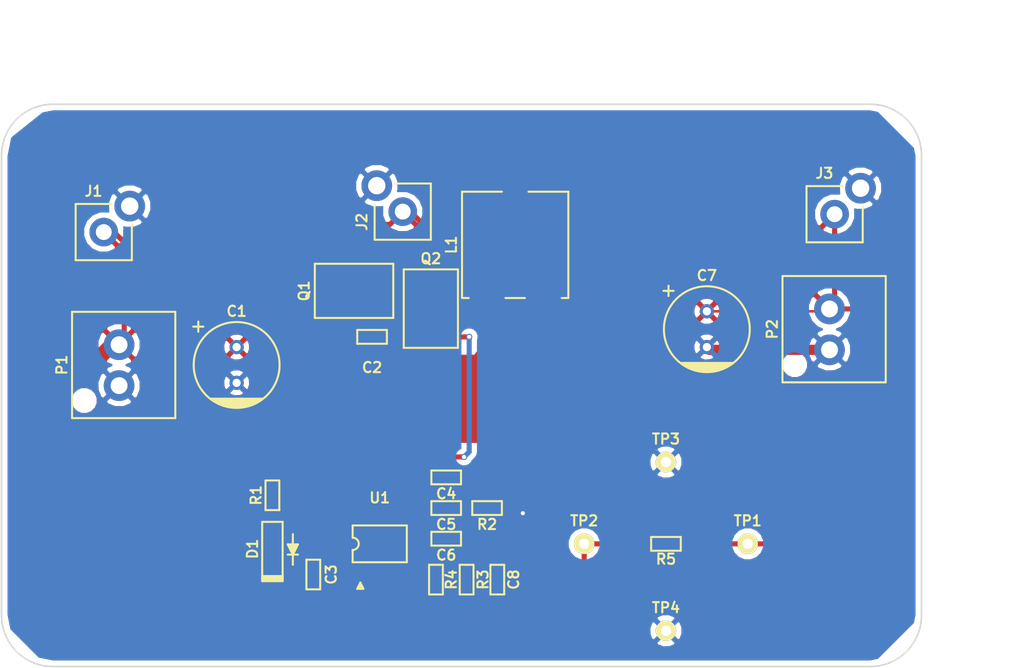
<source format=kicad_pcb>
(kicad_pcb (version 4) (host pcbnew 4.0.7)

  (general
    (links 51)
    (no_connects 0)
    (area 94.924999 65.3 198.85 130.075001)
    (thickness 1.6)
    (drawings 12)
    (tracks 149)
    (zones 0)
    (modules 27)
    (nets 15)
  )

  (page A4)
  (title_block
    (title LTC3832_3.3V)
    (date 2019-08-11)
  )

  (layers
    (0 F.Cu signal)
    (31 B.Cu signal)
    (36 B.SilkS user)
    (37 F.SilkS user)
    (38 B.Mask user)
    (39 F.Mask user)
    (40 Dwgs.User user)
    (44 Edge.Cuts user)
    (45 Margin user)
    (48 B.Fab user)
  )

  (setup
    (last_trace_width 0.5)
    (user_trace_width 0.5)
    (user_trace_width 1)
    (trace_clearance 0.2)
    (zone_clearance 0.508)
    (zone_45_only no)
    (trace_min 0.2)
    (segment_width 0.2)
    (edge_width 0.15)
    (via_size 0.6)
    (via_drill 0.4)
    (via_min_size 0.4)
    (via_min_drill 0.3)
    (uvia_size 0.3)
    (uvia_drill 0.1)
    (uvias_allowed no)
    (uvia_min_size 0.2)
    (uvia_min_drill 0.1)
    (pcb_text_width 0.3)
    (pcb_text_size 1.5 1.5)
    (mod_edge_width 0.15)
    (mod_text_size 1 1)
    (mod_text_width 0.15)
    (pad_size 1.524 1.524)
    (pad_drill 0.762)
    (pad_to_mask_clearance 0.2)
    (aux_axis_origin 0 0)
    (visible_elements FFFFFF7F)
    (pcbplotparams
      (layerselection 0x00030_80000001)
      (usegerberextensions false)
      (excludeedgelayer true)
      (linewidth 0.100000)
      (plotframeref false)
      (viasonmask false)
      (mode 1)
      (useauxorigin false)
      (hpglpennumber 1)
      (hpglpenspeed 20)
      (hpglpendiameter 15)
      (hpglpenoverlay 2)
      (psnegative false)
      (psa4output false)
      (plotreference true)
      (plotvalue true)
      (plotinvisibletext false)
      (padsonsilk false)
      (subtractmaskfromsilk false)
      (outputformat 1)
      (mirror false)
      (drillshape 1)
      (scaleselection 1)
      (outputdirectory ""))
  )

  (net 0 "")
  (net 1 /IN)
  (net 2 GND)
  (net 3 /IN_U1)
  (net 4 /SW)
  (net 5 "Net-(C4-Pad2)")
  (net 6 "Net-(C5-Pad1)")
  (net 7 "Net-(C5-Pad2)")
  (net 8 "Net-(C6-Pad2)")
  (net 9 /OUT)
  (net 10 "Net-(C8-Pad1)")
  (net 11 "Net-(C8-Pad2)")
  (net 12 "Net-(L1-Pad3)")
  (net 13 /TG)
  (net 14 /BG)

  (net_class Default "これは標準のネット クラスです。"
    (clearance 0.2)
    (trace_width 0.25)
    (via_dia 0.6)
    (via_drill 0.4)
    (uvia_dia 0.3)
    (uvia_drill 0.1)
    (add_net /BG)
    (add_net /IN)
    (add_net /IN_U1)
    (add_net /OUT)
    (add_net /SW)
    (add_net /TG)
    (add_net GND)
    (add_net "Net-(C4-Pad2)")
    (add_net "Net-(C5-Pad1)")
    (add_net "Net-(C5-Pad2)")
    (add_net "Net-(C6-Pad2)")
    (add_net "Net-(C8-Pad1)")
    (add_net "Net-(C8-Pad2)")
    (add_net "Net-(L1-Pad3)")
  )

  (module LTC3832-1_DEMO:Capacitor_330uF (layer F.Cu) (tedit 59AE339F) (tstamp 5D4EDED3)
    (at 118 100.5)
    (path /5D4ED2E1)
    (fp_text reference C1 (at 0 -5.25) (layer F.SilkS)
      (effects (font (size 1.00076 1.00076) (thickness 0.20066)))
    )
    (fp_text value 330u (at 0 5.5) (layer F.SilkS) hide
      (effects (font (size 1 1) (thickness 0.2)))
    )
    (fp_line (start -2.55 3.3) (end 2.55 3.3) (layer F.SilkS) (width 0.2))
    (fp_line (start -2.45 3.4) (end 2.45 3.4) (layer F.SilkS) (width 0.2))
    (fp_line (start -2.3 3.5) (end 2.3 3.5) (layer F.SilkS) (width 0.2))
    (fp_line (start -2.15 3.6) (end 2.1 3.6) (layer F.SilkS) (width 0.2))
    (fp_line (start -1.95 3.7) (end 1.95 3.7) (layer F.SilkS) (width 0.2))
    (fp_line (start -1.75 3.8) (end 1.75 3.8) (layer F.SilkS) (width 0.2))
    (fp_line (start -1.55 3.9) (end 1.55 3.9) (layer F.SilkS) (width 0.2))
    (fp_line (start -1.25 4) (end 1.25 4) (layer F.SilkS) (width 0.2))
    (fp_line (start -0.9 4.1) (end 0.9 4.1) (layer F.SilkS) (width 0.2))
    (fp_line (start -3.75 -4.25) (end -3.75 -3.25) (layer F.SilkS) (width 0.2))
    (fp_line (start -4.25 -3.75) (end -3.25 -3.75) (layer F.SilkS) (width 0.2))
    (fp_circle (center 0 0) (end 4 0) (layer F.Fab) (width 0.1))
    (fp_circle (center 0 0) (end 0 4.2) (layer F.SilkS) (width 0.20066))
    (pad 1 thru_hole circle (at 0 -1.75) (size 1.4 1.4) (drill 0.8) (layers *.Cu *.Mask)
      (net 1 /IN) (solder_mask_margin 0.05) (clearance 0.2))
    (pad 2 thru_hole circle (at 0 1.75) (size 1.4 1.4) (drill 0.8) (layers *.Cu *.Mask)
      (net 2 GND) (solder_mask_margin 0.05) (clearance 0.2))
    (model smd\capacitors\c_elec_8x6_7.wrl
      (at (xyz 0 0 0))
      (scale (xyz 1 1 1))
      (rotate (xyz 0 0 0))
    )
  )

  (module LTC3832-1_DEMO:C1608 (layer F.Cu) (tedit 5D50F7FD) (tstamp 5D4EDED9)
    (at 131.25 97.75)
    (descr "Capacitor SMD 0603, reflow soldering, AVX (see smccp.pdf)")
    (tags "capacitor 0603")
    (path /5D4EFC8A)
    (attr smd)
    (fp_text reference C2 (at 0 3) (layer F.SilkS)
      (effects (font (size 1 1) (thickness 0.2)))
    )
    (fp_text value 0.1u (at 0 1.7) (layer F.SilkS) hide
      (effects (font (size 1 1) (thickness 0.2)))
    )
    (fp_line (start -0.8 0.4) (end 0.8 0.4) (layer F.Fab) (width 0.1))
    (fp_line (start 0.8 0.4) (end 0.8 -0.4) (layer F.Fab) (width 0.1))
    (fp_line (start 0.8 -0.4) (end -0.8 -0.4) (layer F.Fab) (width 0.1))
    (fp_line (start -0.8 -0.4) (end -0.8 0.4) (layer F.Fab) (width 0.1))
    (fp_line (start -1.45 -0.675) (end 1.45 -0.675) (layer F.SilkS) (width 0.2))
    (fp_line (start 1.45 -0.675) (end 1.45 0.675) (layer F.SilkS) (width 0.2))
    (fp_line (start 1.45 0.675) (end -1.45 0.675) (layer F.SilkS) (width 0.2))
    (fp_line (start -1.425 0.675) (end -1.45 0.675) (layer F.SilkS) (width 0.2))
    (fp_line (start -1.45 0.675) (end -1.45 -0.675) (layer F.SilkS) (width 0.2))
    (pad 1 smd rect (at -0.75 0) (size 0.8 0.75) (layers F.Cu F.Mask)
      (net 1 /IN) (solder_mask_margin 0.05) (clearance 0.2))
    (pad 2 smd rect (at 0.75 0) (size 0.8 0.75) (layers F.Cu F.Mask)
      (net 2 GND) (solder_mask_margin 0.05) (clearance 0.2))
    (model Capacitors_SMD.3dshapes/C_0603.wrl
      (at (xyz 0 0 0))
      (scale (xyz 1 1 1))
      (rotate (xyz 0 0 0))
    )
  )

  (module LTC3832-1_DEMO:C1608 (layer F.Cu) (tedit 5D515D7B) (tstamp 5D4EDEDF)
    (at 125.5 121 270)
    (descr "Capacitor SMD 0603, reflow soldering, AVX (see smccp.pdf)")
    (tags "capacitor 0603")
    (path /5D4EDAB3)
    (attr smd)
    (fp_text reference C3 (at 0 -1.75 270) (layer F.SilkS)
      (effects (font (size 1 1) (thickness 0.2)))
    )
    (fp_text value 0.1u (at 0 1.7 270) (layer F.SilkS) hide
      (effects (font (size 1 1) (thickness 0.2)))
    )
    (fp_line (start -0.8 0.4) (end 0.8 0.4) (layer F.Fab) (width 0.1))
    (fp_line (start 0.8 0.4) (end 0.8 -0.4) (layer F.Fab) (width 0.1))
    (fp_line (start 0.8 -0.4) (end -0.8 -0.4) (layer F.Fab) (width 0.1))
    (fp_line (start -0.8 -0.4) (end -0.8 0.4) (layer F.Fab) (width 0.1))
    (fp_line (start -1.45 -0.675) (end 1.45 -0.675) (layer F.SilkS) (width 0.2))
    (fp_line (start 1.45 -0.675) (end 1.45 0.675) (layer F.SilkS) (width 0.2))
    (fp_line (start 1.45 0.675) (end -1.45 0.675) (layer F.SilkS) (width 0.2))
    (fp_line (start -1.425 0.675) (end -1.45 0.675) (layer F.SilkS) (width 0.2))
    (fp_line (start -1.45 0.675) (end -1.45 -0.675) (layer F.SilkS) (width 0.2))
    (pad 1 smd rect (at -0.75 0 270) (size 0.8 0.75) (layers F.Cu F.Mask)
      (net 3 /IN_U1) (solder_mask_margin 0.05) (clearance 0.2))
    (pad 2 smd rect (at 0.75 0 270) (size 0.8 0.75) (layers F.Cu F.Mask)
      (net 4 /SW) (solder_mask_margin 0.05) (clearance 0.2))
    (model Capacitors_SMD.3dshapes/C_0603.wrl
      (at (xyz 0 0 0))
      (scale (xyz 1 1 1))
      (rotate (xyz 0 0 0))
    )
  )

  (module LTC3832-1_DEMO:C1608 (layer F.Cu) (tedit 5913CCFC) (tstamp 5D4EDEE5)
    (at 138.5 111.5 180)
    (descr "Capacitor SMD 0603, reflow soldering, AVX (see smccp.pdf)")
    (tags "capacitor 0603")
    (path /5D4ED9A6)
    (attr smd)
    (fp_text reference C4 (at 0 -1.6 180) (layer F.SilkS)
      (effects (font (size 1 1) (thickness 0.2)))
    )
    (fp_text value 4.7u (at 0 1.7 180) (layer F.SilkS) hide
      (effects (font (size 1 1) (thickness 0.2)))
    )
    (fp_line (start -0.8 0.4) (end 0.8 0.4) (layer F.Fab) (width 0.1))
    (fp_line (start 0.8 0.4) (end 0.8 -0.4) (layer F.Fab) (width 0.1))
    (fp_line (start 0.8 -0.4) (end -0.8 -0.4) (layer F.Fab) (width 0.1))
    (fp_line (start -0.8 -0.4) (end -0.8 0.4) (layer F.Fab) (width 0.1))
    (fp_line (start -1.45 -0.675) (end 1.45 -0.675) (layer F.SilkS) (width 0.2))
    (fp_line (start 1.45 -0.675) (end 1.45 0.675) (layer F.SilkS) (width 0.2))
    (fp_line (start 1.45 0.675) (end -1.45 0.675) (layer F.SilkS) (width 0.2))
    (fp_line (start -1.425 0.675) (end -1.45 0.675) (layer F.SilkS) (width 0.2))
    (fp_line (start -1.45 0.675) (end -1.45 -0.675) (layer F.SilkS) (width 0.2))
    (pad 1 smd rect (at -0.75 0 180) (size 0.8 0.75) (layers F.Cu F.Mask)
      (net 2 GND) (solder_mask_margin 0.05) (clearance 0.2))
    (pad 2 smd rect (at 0.75 0 180) (size 0.8 0.75) (layers F.Cu F.Mask)
      (net 5 "Net-(C4-Pad2)") (solder_mask_margin 0.05) (clearance 0.2))
    (model Capacitors_SMD.3dshapes/C_0603.wrl
      (at (xyz 0 0 0))
      (scale (xyz 1 1 1))
      (rotate (xyz 0 0 0))
    )
  )

  (module LTC3832-1_DEMO:C1608 (layer F.Cu) (tedit 5913CCFC) (tstamp 5D4EDEEB)
    (at 138.5 114.5 180)
    (descr "Capacitor SMD 0603, reflow soldering, AVX (see smccp.pdf)")
    (tags "capacitor 0603")
    (path /5D4EDA2B)
    (attr smd)
    (fp_text reference C5 (at 0 -1.6 180) (layer F.SilkS)
      (effects (font (size 1 1) (thickness 0.2)))
    )
    (fp_text value 0.01u (at 0 1.7 180) (layer F.SilkS) hide
      (effects (font (size 1 1) (thickness 0.2)))
    )
    (fp_line (start -0.8 0.4) (end 0.8 0.4) (layer F.Fab) (width 0.1))
    (fp_line (start 0.8 0.4) (end 0.8 -0.4) (layer F.Fab) (width 0.1))
    (fp_line (start 0.8 -0.4) (end -0.8 -0.4) (layer F.Fab) (width 0.1))
    (fp_line (start -0.8 -0.4) (end -0.8 0.4) (layer F.Fab) (width 0.1))
    (fp_line (start -1.45 -0.675) (end 1.45 -0.675) (layer F.SilkS) (width 0.2))
    (fp_line (start 1.45 -0.675) (end 1.45 0.675) (layer F.SilkS) (width 0.2))
    (fp_line (start 1.45 0.675) (end -1.45 0.675) (layer F.SilkS) (width 0.2))
    (fp_line (start -1.425 0.675) (end -1.45 0.675) (layer F.SilkS) (width 0.2))
    (fp_line (start -1.45 0.675) (end -1.45 -0.675) (layer F.SilkS) (width 0.2))
    (pad 1 smd rect (at -0.75 0 180) (size 0.8 0.75) (layers F.Cu F.Mask)
      (net 6 "Net-(C5-Pad1)") (solder_mask_margin 0.05) (clearance 0.2))
    (pad 2 smd rect (at 0.75 0 180) (size 0.8 0.75) (layers F.Cu F.Mask)
      (net 7 "Net-(C5-Pad2)") (solder_mask_margin 0.05) (clearance 0.2))
    (model Capacitors_SMD.3dshapes/C_0603.wrl
      (at (xyz 0 0 0))
      (scale (xyz 1 1 1))
      (rotate (xyz 0 0 0))
    )
  )

  (module LTC3832-1_DEMO:C1608 (layer F.Cu) (tedit 5913CCFC) (tstamp 5D4EDEF1)
    (at 138.5 117.5 180)
    (descr "Capacitor SMD 0603, reflow soldering, AVX (see smccp.pdf)")
    (tags "capacitor 0603")
    (path /5D4EDA63)
    (attr smd)
    (fp_text reference C6 (at 0 -1.6 180) (layer F.SilkS)
      (effects (font (size 1 1) (thickness 0.2)))
    )
    (fp_text value 0.01u (at 0 1.7 180) (layer F.SilkS) hide
      (effects (font (size 1 1) (thickness 0.2)))
    )
    (fp_line (start -0.8 0.4) (end 0.8 0.4) (layer F.Fab) (width 0.1))
    (fp_line (start 0.8 0.4) (end 0.8 -0.4) (layer F.Fab) (width 0.1))
    (fp_line (start 0.8 -0.4) (end -0.8 -0.4) (layer F.Fab) (width 0.1))
    (fp_line (start -0.8 -0.4) (end -0.8 0.4) (layer F.Fab) (width 0.1))
    (fp_line (start -1.45 -0.675) (end 1.45 -0.675) (layer F.SilkS) (width 0.2))
    (fp_line (start 1.45 -0.675) (end 1.45 0.675) (layer F.SilkS) (width 0.2))
    (fp_line (start 1.45 0.675) (end -1.45 0.675) (layer F.SilkS) (width 0.2))
    (fp_line (start -1.425 0.675) (end -1.45 0.675) (layer F.SilkS) (width 0.2))
    (fp_line (start -1.45 0.675) (end -1.45 -0.675) (layer F.SilkS) (width 0.2))
    (pad 1 smd rect (at -0.75 0 180) (size 0.8 0.75) (layers F.Cu F.Mask)
      (net 2 GND) (solder_mask_margin 0.05) (clearance 0.2))
    (pad 2 smd rect (at 0.75 0 180) (size 0.8 0.75) (layers F.Cu F.Mask)
      (net 8 "Net-(C6-Pad2)") (solder_mask_margin 0.05) (clearance 0.2))
    (model Capacitors_SMD.3dshapes/C_0603.wrl
      (at (xyz 0 0 0))
      (scale (xyz 1 1 1))
      (rotate (xyz 0 0 0))
    )
  )

  (module LTC3832-1_DEMO:Capacitor_330uF (layer F.Cu) (tedit 59AE339F) (tstamp 5D4EDEF7)
    (at 164 97)
    (path /5D4ED34B)
    (fp_text reference C7 (at 0 -5.25) (layer F.SilkS)
      (effects (font (size 1.00076 1.00076) (thickness 0.20066)))
    )
    (fp_text value 330u (at 0 5.5) (layer F.SilkS) hide
      (effects (font (size 1 1) (thickness 0.2)))
    )
    (fp_line (start -2.55 3.3) (end 2.55 3.3) (layer F.SilkS) (width 0.2))
    (fp_line (start -2.45 3.4) (end 2.45 3.4) (layer F.SilkS) (width 0.2))
    (fp_line (start -2.3 3.5) (end 2.3 3.5) (layer F.SilkS) (width 0.2))
    (fp_line (start -2.15 3.6) (end 2.1 3.6) (layer F.SilkS) (width 0.2))
    (fp_line (start -1.95 3.7) (end 1.95 3.7) (layer F.SilkS) (width 0.2))
    (fp_line (start -1.75 3.8) (end 1.75 3.8) (layer F.SilkS) (width 0.2))
    (fp_line (start -1.55 3.9) (end 1.55 3.9) (layer F.SilkS) (width 0.2))
    (fp_line (start -1.25 4) (end 1.25 4) (layer F.SilkS) (width 0.2))
    (fp_line (start -0.9 4.1) (end 0.9 4.1) (layer F.SilkS) (width 0.2))
    (fp_line (start -3.75 -4.25) (end -3.75 -3.25) (layer F.SilkS) (width 0.2))
    (fp_line (start -4.25 -3.75) (end -3.25 -3.75) (layer F.SilkS) (width 0.2))
    (fp_circle (center 0 0) (end 4 0) (layer F.Fab) (width 0.1))
    (fp_circle (center 0 0) (end 0 4.2) (layer F.SilkS) (width 0.20066))
    (pad 1 thru_hole circle (at 0 -1.75) (size 1.4 1.4) (drill 0.8) (layers *.Cu *.Mask)
      (net 9 /OUT) (solder_mask_margin 0.05) (clearance 0.2))
    (pad 2 thru_hole circle (at 0 1.75) (size 1.4 1.4) (drill 0.8) (layers *.Cu *.Mask)
      (net 2 GND) (solder_mask_margin 0.05) (clearance 0.2))
    (model smd\capacitors\c_elec_8x6_7.wrl
      (at (xyz 0 0 0))
      (scale (xyz 1 1 1))
      (rotate (xyz 0 0 0))
    )
  )

  (module LTC3832-1_DEMO:C1608 (layer F.Cu) (tedit 5913CCFC) (tstamp 5D4EDEFD)
    (at 143.5 121.5 270)
    (descr "Capacitor SMD 0603, reflow soldering, AVX (see smccp.pdf)")
    (tags "capacitor 0603")
    (path /5D4EDFA8)
    (attr smd)
    (fp_text reference C8 (at 0 -1.6 270) (layer F.SilkS)
      (effects (font (size 1 1) (thickness 0.2)))
    )
    (fp_text value 680p (at 0 1.7 270) (layer F.SilkS) hide
      (effects (font (size 1 1) (thickness 0.2)))
    )
    (fp_line (start -0.8 0.4) (end 0.8 0.4) (layer F.Fab) (width 0.1))
    (fp_line (start 0.8 0.4) (end 0.8 -0.4) (layer F.Fab) (width 0.1))
    (fp_line (start 0.8 -0.4) (end -0.8 -0.4) (layer F.Fab) (width 0.1))
    (fp_line (start -0.8 -0.4) (end -0.8 0.4) (layer F.Fab) (width 0.1))
    (fp_line (start -1.45 -0.675) (end 1.45 -0.675) (layer F.SilkS) (width 0.2))
    (fp_line (start 1.45 -0.675) (end 1.45 0.675) (layer F.SilkS) (width 0.2))
    (fp_line (start 1.45 0.675) (end -1.45 0.675) (layer F.SilkS) (width 0.2))
    (fp_line (start -1.425 0.675) (end -1.45 0.675) (layer F.SilkS) (width 0.2))
    (fp_line (start -1.45 0.675) (end -1.45 -0.675) (layer F.SilkS) (width 0.2))
    (pad 1 smd rect (at -0.75 0 270) (size 0.8 0.75) (layers F.Cu F.Mask)
      (net 10 "Net-(C8-Pad1)") (solder_mask_margin 0.05) (clearance 0.2))
    (pad 2 smd rect (at 0.75 0 270) (size 0.8 0.75) (layers F.Cu F.Mask)
      (net 11 "Net-(C8-Pad2)") (solder_mask_margin 0.05) (clearance 0.2))
    (model Capacitors_SMD.3dshapes/C_0603.wrl
      (at (xyz 0 0 0))
      (scale (xyz 1 1 1))
      (rotate (xyz 0 0 0))
    )
  )

  (module LTC3832-1_DEMO:MBR0520LT (layer F.Cu) (tedit 59AE3048) (tstamp 5D4EDF03)
    (at 121.5 118.5 90)
    (path /5D4EDB1E)
    (fp_text reference D1 (at 0 -1.95 90) (layer F.SilkS)
      (effects (font (size 1 1) (thickness 0.2)))
    )
    (fp_text value D_Schottky (at 0 3.6 90) (layer F.Fab) hide
      (effects (font (size 1 1) (thickness 0.2)))
    )
    (fp_line (start -0.55 2) (end 0.45 2) (layer F.SilkS) (width 0.2))
    (fp_line (start -0.25 2.15) (end -0.25 1.85) (layer F.SilkS) (width 0.2))
    (fp_line (start -0.15 1.8) (end -0.15 2.2) (layer F.SilkS) (width 0.2))
    (fp_line (start -0.05 2.25) (end -0.05 1.75) (layer F.SilkS) (width 0.2))
    (fp_line (start 0.05 1.7) (end 0.05 2.3) (layer F.SilkS) (width 0.2))
    (fp_line (start 0.15 2.35) (end 0.15 1.65) (layer F.SilkS) (width 0.2))
    (fp_line (start 0.25 1.6) (end 0.25 2.4) (layer F.SilkS) (width 0.2))
    (fp_line (start 0.35 2.45) (end 0.35 1.55) (layer F.SilkS) (width 0.2))
    (fp_line (start 0.45 2) (end 1.45 2) (layer F.SilkS) (width 0.2))
    (fp_line (start -0.55 2) (end -1.55 2) (layer F.SilkS) (width 0.2))
    (fp_line (start -0.55 1.5) (end -0.55 2.5) (layer F.SilkS) (width 0.2))
    (fp_line (start 0.45 2) (end 0.45 1.5) (layer F.SilkS) (width 0.2))
    (fp_line (start 0.45 1.5) (end -0.55 2) (layer F.SilkS) (width 0.2))
    (fp_line (start -0.55 2) (end 0.45 2.5) (layer F.SilkS) (width 0.2))
    (fp_line (start 0.45 2.5) (end 0.45 2) (layer F.SilkS) (width 0.2))
    (fp_line (start -3.05 1) (end -3.05 -1) (layer F.SilkS) (width 0.2))
    (fp_line (start -2.95 -1) (end -2.95 1) (layer F.SilkS) (width 0.2))
    (fp_line (start -2.85 1) (end -2.85 -1) (layer F.SilkS) (width 0.2))
    (fp_line (start -2.75 -1) (end -2.75 1) (layer F.SilkS) (width 0.2))
    (fp_line (start -2.65 1) (end -3.15 1) (layer F.SilkS) (width 0.2))
    (fp_line (start -3.15 1) (end -3.15 -1) (layer F.SilkS) (width 0.2))
    (fp_line (start -3.15 -1) (end -2.65 -1) (layer F.SilkS) (width 0.2))
    (fp_line (start 2.65 1) (end -2.65 1) (layer F.SilkS) (width 0.2))
    (fp_line (start -2.65 1) (end -2.65 -1) (layer F.SilkS) (width 0.2))
    (fp_line (start -2.65 -1) (end 2.65 -1) (layer F.SilkS) (width 0.2))
    (fp_line (start 2.65 -1) (end 2.65 1) (layer F.SilkS) (width 0.2))
    (fp_line (start -1.3 0.8) (end -1.3 -0.8) (layer F.Fab) (width 0.1))
    (fp_line (start -1.25 -0.8) (end -1.25 0.8) (layer F.Fab) (width 0.1))
    (fp_line (start -1.2 0.8) (end -1.2 -0.8) (layer F.Fab) (width 0.1))
    (fp_line (start -1.15 -0.8) (end -1.15 0.8) (layer F.Fab) (width 0.1))
    (fp_line (start -1.1 0.8) (end -1.1 -0.8) (layer F.Fab) (width 0.1))
    (fp_line (start -1.05 -0.8) (end -1.05 0.8) (layer F.Fab) (width 0.1))
    (fp_line (start -1 0.8) (end -1 -0.8) (layer F.Fab) (width 0.1))
    (fp_line (start -0.95 0.8) (end -0.95 -0.8) (layer F.Fab) (width 0.1))
    (fp_line (start -0.9 0.8) (end -0.9 -0.8) (layer F.Fab) (width 0.1))
    (fp_line (start -0.85 -0.8) (end -0.85 0.8) (layer F.Fab) (width 0.1))
    (fp_line (start -1.35 -0.3) (end -1.85 -0.3) (layer F.Fab) (width 0.1))
    (fp_line (start -1.85 -0.3) (end -1.85 0.3) (layer F.Fab) (width 0.1))
    (fp_line (start -1.85 0.3) (end -1.35 0.3) (layer F.Fab) (width 0.1))
    (fp_line (start 1.35 -0.3) (end 1.85 -0.3) (layer F.Fab) (width 0.1))
    (fp_line (start 1.85 -0.3) (end 1.85 0.3) (layer F.Fab) (width 0.1))
    (fp_line (start 1.85 0.3) (end 1.35 0.3) (layer F.Fab) (width 0.1))
    (fp_line (start 1.35 0.8) (end 1.35 -0.8) (layer F.Fab) (width 0.1))
    (fp_line (start 1.35 -0.8) (end -1.35 -0.8) (layer F.Fab) (width 0.1))
    (fp_line (start -1.35 -0.8) (end -1.35 0.8) (layer F.Fab) (width 0.1))
    (fp_line (start -1.35 0.8) (end 1.35 0.8) (layer F.Fab) (width 0.1))
    (pad 1 smd rect (at -1.75 0 90) (size 1.2 1.2) (layers F.Cu F.Mask)
      (net 3 /IN_U1) (solder_mask_margin 0.05) (clearance 0.2))
    (pad 2 smd rect (at 1.75 0 90) (size 1.2 1.2) (layers F.Cu F.Mask)
      (net 1 /IN) (solder_mask_margin 0.05) (clearance 0.2))
  )

  (module LTC3832-1_DEMO:SMA_2pin (layer F.Cu) (tedit 59AE3473) (tstamp 5D4EDF09)
    (at 105 87.5)
    (path /5D4ED7C0)
    (fp_text reference J1 (at -1 -4) (layer F.SilkS)
      (effects (font (size 1 1) (thickness 0.2)))
    )
    (fp_text value SMA_2pin (at 0 4) (layer F.Fab) hide
      (effects (font (size 1 1) (thickness 0.2)))
    )
    (fp_line (start -2.75 -2.75) (end -2.75 2.75) (layer F.SilkS) (width 0.2))
    (fp_line (start -2.75 2.75) (end 2.75 2.75) (layer F.SilkS) (width 0.2))
    (fp_line (start 2.75 2.75) (end 2.75 -0.75) (layer F.SilkS) (width 0.2))
    (fp_line (start 0.75 -2.75) (end -2.75 -2.75) (layer F.SilkS) (width 0.2))
    (fp_line (start 2.54 2.54) (end -2.54 2.54) (layer F.Fab) (width 0.1))
    (fp_line (start -2.54 2.54) (end -2.54 -2.54) (layer F.Fab) (width 0.1))
    (fp_line (start -2.54 -2.54) (end 2.54 -2.54) (layer F.Fab) (width 0.1))
    (fp_line (start 2.54 -2.54) (end 2.54 2.54) (layer F.Fab) (width 0.1))
    (pad 1 thru_hole circle (at 0 0) (size 2.8 2.8) (drill 1.55) (layers *.Cu *.Mask)
      (net 1 /IN) (solder_mask_margin 0.05) (clearance 0.2))
    (pad 2 thru_hole circle (at 2.54 -2.54) (size 3 3) (drill 1.7) (layers *.Cu *.Mask)
      (net 2 GND) (solder_mask_margin 0.05) (clearance 0.2))
  )

  (module LTC3832-1_DEMO:SMA_2pin (layer F.Cu) (tedit 59AE3473) (tstamp 5D4EDF0F)
    (at 134.25 85.5 90)
    (path /5D4ED8E8)
    (fp_text reference J2 (at -1 -4 90) (layer F.SilkS)
      (effects (font (size 1 1) (thickness 0.2)))
    )
    (fp_text value SMA_2pin (at 0 4 90) (layer F.Fab) hide
      (effects (font (size 1 1) (thickness 0.2)))
    )
    (fp_line (start -2.75 -2.75) (end -2.75 2.75) (layer F.SilkS) (width 0.2))
    (fp_line (start -2.75 2.75) (end 2.75 2.75) (layer F.SilkS) (width 0.2))
    (fp_line (start 2.75 2.75) (end 2.75 -0.75) (layer F.SilkS) (width 0.2))
    (fp_line (start 0.75 -2.75) (end -2.75 -2.75) (layer F.SilkS) (width 0.2))
    (fp_line (start 2.54 2.54) (end -2.54 2.54) (layer F.Fab) (width 0.1))
    (fp_line (start -2.54 2.54) (end -2.54 -2.54) (layer F.Fab) (width 0.1))
    (fp_line (start -2.54 -2.54) (end 2.54 -2.54) (layer F.Fab) (width 0.1))
    (fp_line (start 2.54 -2.54) (end 2.54 2.54) (layer F.Fab) (width 0.1))
    (pad 1 thru_hole circle (at 0 0 90) (size 2.8 2.8) (drill 1.55) (layers *.Cu *.Mask)
      (net 4 /SW) (solder_mask_margin 0.05) (clearance 0.2))
    (pad 2 thru_hole circle (at 2.54 -2.54 90) (size 3 3) (drill 1.7) (layers *.Cu *.Mask)
      (net 2 GND) (solder_mask_margin 0.05) (clearance 0.2))
  )

  (module LTC3832-1_DEMO:SMA_2pin (layer F.Cu) (tedit 59AE3473) (tstamp 5D4EDF15)
    (at 176.5 85.75)
    (path /5D4ED937)
    (fp_text reference J3 (at -1 -4) (layer F.SilkS)
      (effects (font (size 1 1) (thickness 0.2)))
    )
    (fp_text value SMA_2pin (at 0 4) (layer F.Fab) hide
      (effects (font (size 1 1) (thickness 0.2)))
    )
    (fp_line (start -2.75 -2.75) (end -2.75 2.75) (layer F.SilkS) (width 0.2))
    (fp_line (start -2.75 2.75) (end 2.75 2.75) (layer F.SilkS) (width 0.2))
    (fp_line (start 2.75 2.75) (end 2.75 -0.75) (layer F.SilkS) (width 0.2))
    (fp_line (start 0.75 -2.75) (end -2.75 -2.75) (layer F.SilkS) (width 0.2))
    (fp_line (start 2.54 2.54) (end -2.54 2.54) (layer F.Fab) (width 0.1))
    (fp_line (start -2.54 2.54) (end -2.54 -2.54) (layer F.Fab) (width 0.1))
    (fp_line (start -2.54 -2.54) (end 2.54 -2.54) (layer F.Fab) (width 0.1))
    (fp_line (start 2.54 -2.54) (end 2.54 2.54) (layer F.Fab) (width 0.1))
    (pad 1 thru_hole circle (at 0 0) (size 2.8 2.8) (drill 1.55) (layers *.Cu *.Mask)
      (net 9 /OUT) (solder_mask_margin 0.05) (clearance 0.2))
    (pad 2 thru_hole circle (at 2.54 -2.54) (size 3 3) (drill 1.7) (layers *.Cu *.Mask)
      (net 2 GND) (solder_mask_margin 0.05) (clearance 0.2))
  )

  (module LTC3832-1_DEMO:CDEP105 (layer F.Cu) (tedit 59AE3366) (tstamp 5D4EDF1C)
    (at 145.25 88.75 90)
    (path /5D4ED394)
    (fp_text reference L1 (at 0 -6.25 90) (layer F.SilkS)
      (effects (font (size 1 1) (thickness 0.2)))
    )
    (fp_text value 8.8u (at 0 6.5 90) (layer F.Fab) hide
      (effects (font (size 1 1) (thickness 0.2)))
    )
    (fp_line (start -5.2 -5.2) (end -5.2 -4.55) (layer F.SilkS) (width 0.2))
    (fp_line (start -5.2 0.95) (end -5.2 -0.95) (layer F.SilkS) (width 0.2))
    (fp_line (start 5.2 1.3) (end 5.2 5.2) (layer F.SilkS) (width 0.2))
    (fp_line (start 5.2 5.2) (end -5.2 5.2) (layer F.SilkS) (width 0.2))
    (fp_line (start -5.2 5.2) (end -5.2 4.55) (layer F.SilkS) (width 0.2))
    (fp_line (start -5.2 -5.2) (end 5.2 -5.2) (layer F.SilkS) (width 0.2))
    (fp_line (start 5.2 -5.2) (end 5.2 -1.3) (layer F.SilkS) (width 0.2))
    (fp_line (start -5 -5) (end 5 -5) (layer F.Fab) (width 0.1))
    (fp_line (start 5 -5) (end 5 5) (layer F.Fab) (width 0.1))
    (fp_line (start 5 5) (end -5 5) (layer F.Fab) (width 0.1))
    (fp_line (start -5 5) (end -5 -5) (layer F.Fab) (width 0.1))
    (pad 3 smd rect (at 4.65 0 90) (size 1.7 2) (layers F.Cu F.Mask)
      (net 12 "Net-(L1-Pad3)") (solder_mask_margin 0.05) (clearance 0.2))
    (pad 2 smd rect (at -4.2 2.75 90) (size 2.6 3) (layers F.Cu F.Mask)
      (net 9 /OUT) (solder_mask_margin 0.05) (clearance 0.2))
    (pad 1 smd rect (at -4.2 -2.75 90) (size 2.6 3) (layers F.Cu F.Mask)
      (net 4 /SW) (solder_mask_margin 0.05) (clearance 0.2))
  )

  (module LTC3832-1_DEMO:B2P-VH-FB-B (layer F.Cu) (tedit 59AE30AB) (tstamp 5D4EDF23)
    (at 106.5 100.5 90)
    (path /5D4ECFFC)
    (fp_text reference P1 (at 0 -5.6 90) (layer F.SilkS)
      (effects (font (size 1 1) (thickness 0.2)))
    )
    (fp_text value CONN_01X02 (at 0 6.6 90) (layer F.Fab) hide
      (effects (font (size 1 1) (thickness 0.2)))
    )
    (fp_line (start -5 -4.4) (end -5 5.3) (layer F.Fab) (width 0.1))
    (fp_line (start -5 5.3) (end 5 5.3) (layer F.Fab) (width 0.1))
    (fp_line (start 5 5.3) (end 5 -4.4) (layer F.Fab) (width 0.1))
    (fp_line (start 5 -4.4) (end -5 -4.4) (layer F.Fab) (width 0.1))
    (fp_line (start 5.2 5.5) (end -5.2 5.5) (layer F.SilkS) (width 0.2))
    (fp_line (start -5.2 5.5) (end -5.2 -4.6) (layer F.SilkS) (width 0.2))
    (fp_line (start -5.2 -4.6) (end 5.2 -4.6) (layer F.SilkS) (width 0.2))
    (fp_line (start 5.2 -4.6) (end 5.2 5.5) (layer F.SilkS) (width 0.2))
    (pad 1 thru_hole circle (at -2.02 0 90) (size 3 3) (drill 1.65) (layers *.Cu *.Mask)
      (net 2 GND) (solder_mask_margin 0.05) (clearance 0.2))
    (pad 2 thru_hole circle (at 1.98 0 90) (size 3 3) (drill 1.65) (layers *.Cu *.Mask)
      (net 1 /IN) (solder_mask_margin 0.05) (clearance 0.2))
    (pad "" np_thru_hole circle (at -3.48 -3.4 90) (size 1.4 1.4) (drill 1.4) (layers *.Cu *.Mask F.SilkS)
      (solder_mask_margin 0.25) (clearance 0.2))
  )

  (module LTC3832-1_DEMO:B2P-VH-FB-B (layer F.Cu) (tedit 59AE30AB) (tstamp 5D4EDF2A)
    (at 176 97 90)
    (path /5D4ED0FB)
    (fp_text reference P2 (at 0 -5.6 90) (layer F.SilkS)
      (effects (font (size 1 1) (thickness 0.2)))
    )
    (fp_text value CONN_01X02 (at 0 6.6 90) (layer F.Fab) hide
      (effects (font (size 1 1) (thickness 0.2)))
    )
    (fp_line (start -5 -4.4) (end -5 5.3) (layer F.Fab) (width 0.1))
    (fp_line (start -5 5.3) (end 5 5.3) (layer F.Fab) (width 0.1))
    (fp_line (start 5 5.3) (end 5 -4.4) (layer F.Fab) (width 0.1))
    (fp_line (start 5 -4.4) (end -5 -4.4) (layer F.Fab) (width 0.1))
    (fp_line (start 5.2 5.5) (end -5.2 5.5) (layer F.SilkS) (width 0.2))
    (fp_line (start -5.2 5.5) (end -5.2 -4.6) (layer F.SilkS) (width 0.2))
    (fp_line (start -5.2 -4.6) (end 5.2 -4.6) (layer F.SilkS) (width 0.2))
    (fp_line (start 5.2 -4.6) (end 5.2 5.5) (layer F.SilkS) (width 0.2))
    (pad 1 thru_hole circle (at -2.02 0 90) (size 3 3) (drill 1.65) (layers *.Cu *.Mask)
      (net 2 GND) (solder_mask_margin 0.05) (clearance 0.2))
    (pad 2 thru_hole circle (at 1.98 0 90) (size 3 3) (drill 1.65) (layers *.Cu *.Mask)
      (net 9 /OUT) (solder_mask_margin 0.05) (clearance 0.2))
    (pad "" np_thru_hole circle (at -3.48 -3.4 90) (size 1.4 1.4) (drill 1.4) (layers *.Cu *.Mask F.SilkS)
      (solder_mask_margin 0.25) (clearance 0.2))
  )

  (module LTC3832-1_DEMO:RJK0305DPB (layer F.Cu) (tedit 59AE34AD) (tstamp 5D4EDF34)
    (at 129.5 93.25 90)
    (path /5D4ED408)
    (fp_text reference Q1 (at 0 -4.9 90) (layer F.SilkS)
      (effects (font (size 1.00076 1.00076) (thickness 0.20066)))
    )
    (fp_text value RJK0305DPB (at 0 5 90) (layer F.SilkS) hide
      (effects (font (size 1 1) (thickness 0.2)))
    )
    (fp_line (start -2.65 -3.85) (end 2.65 -3.85) (layer F.SilkS) (width 0.2))
    (fp_line (start -2.65 3.825) (end 2.65 3.825) (layer F.SilkS) (width 0.2))
    (fp_line (start 2.65 3.825) (end 2.65 -3.85) (layer F.SilkS) (width 0.2))
    (fp_line (start -2.65 -3.85) (end -2.65 3.825) (layer F.SilkS) (width 0.2))
    (fp_circle (center -1.651 0) (end -1.397 0.127) (layer F.Fab) (width 0.1))
    (fp_line (start 2.0005 -1.975) (end 2.0005 -2.975) (layer F.Fab) (width 0.1))
    (fp_line (start 1.705 1.975) (end 1.705 3.125) (layer F.Fab) (width 0.1))
    (fp_line (start 1.705 3.125) (end 2.105 3.125) (layer F.Fab) (width 0.1))
    (fp_line (start 2.105 3.125) (end 2.105 1.975) (layer F.Fab) (width 0.1))
    (fp_line (start -0.835 1.975) (end -0.835 3.125) (layer F.Fab) (width 0.1))
    (fp_line (start -0.835 3.125) (end -0.435 3.125) (layer F.Fab) (width 0.1))
    (fp_line (start -0.435 3.125) (end -0.435 1.975) (layer F.Fab) (width 0.1))
    (fp_line (start 0.835 3.125) (end 0.835 1.975) (layer F.Fab) (width 0.1))
    (fp_line (start 0.435 3.125) (end 0.835 3.125) (layer F.Fab) (width 0.1))
    (fp_line (start 0.435 1.975) (end 0.435 3.125) (layer F.Fab) (width 0.1))
    (fp_line (start -2.105 1.975) (end -2.105 3.125) (layer F.Fab) (width 0.1))
    (fp_line (start -2.105 3.125) (end -1.705 3.125) (layer F.Fab) (width 0.1))
    (fp_line (start -1.705 3.125) (end -1.705 1.975) (layer F.Fab) (width 0.1))
    (fp_line (start 2.45 1.975) (end -2.45 1.975) (layer F.Fab) (width 0.1))
    (fp_line (start -2 -1.975) (end -2.45 -1.975) (layer F.Fab) (width 0.1))
    (fp_line (start -2.45 -1.975) (end -2.45 1.975) (layer F.Fab) (width 0.1))
    (fp_line (start 2.45 1.975) (end 2.45 -1.975) (layer F.Fab) (width 0.1))
    (fp_line (start 2.45 -1.975) (end 2 -1.975) (layer F.Fab) (width 0.1))
    (fp_line (start -2 -2.975) (end 2 -2.975) (layer F.Fab) (width 0.1))
    (fp_line (start 2 -1.975) (end -2 -1.975) (layer F.Fab) (width 0.1))
    (fp_line (start -2 -1.975) (end -2 -2.975) (layer F.Fab) (width 0.1))
    (pad 3 smd rect (at -0.635 2.76 90) (size 0.78 1.52) (layers F.Cu F.Mask)
      (net 4 /SW) (solder_mask_margin 0.05) (clearance 0.2))
    (pad 1 smd rect (at 0 -2.76 90) (size 4.57 1.52) (layers F.Cu F.Mask)
      (net 1 /IN) (solder_mask_margin 0.05) (clearance 0.2))
    (pad 3 smd rect (at -1.905 2.76 90) (size 0.78 1.52) (layers F.Cu F.Mask)
      (net 4 /SW) (solder_mask_margin 0.05) (clearance 0.2))
    (pad 3 smd rect (at 0.635 2.76 90) (size 0.78 1.52) (layers F.Cu F.Mask)
      (net 4 /SW) (solder_mask_margin 0.05) (clearance 0.2))
    (pad 2 smd rect (at 1.905 2.76 90) (size 0.78 1.52) (layers F.Cu F.Mask)
      (net 13 /TG) (solder_mask_margin 0.05) (clearance 0.2))
    (pad 1 smd rect (at 0 0 90) (size 4.57 3.04) (layers F.Cu F.Mask)
      (net 1 /IN) (solder_mask_margin 0.05) (clearance 0.2))
  )

  (module LTC3832-1_DEMO:RJK0305DPB (layer F.Cu) (tedit 59AE34AD) (tstamp 5D4EDF3E)
    (at 137 95)
    (path /5D4ED4E5)
    (fp_text reference Q2 (at 0 -4.9) (layer F.SilkS)
      (effects (font (size 1.00076 1.00076) (thickness 0.20066)))
    )
    (fp_text value RJK0305DPB (at 0 5) (layer F.SilkS) hide
      (effects (font (size 1 1) (thickness 0.2)))
    )
    (fp_line (start -2.65 -3.85) (end 2.65 -3.85) (layer F.SilkS) (width 0.2))
    (fp_line (start -2.65 3.825) (end 2.65 3.825) (layer F.SilkS) (width 0.2))
    (fp_line (start 2.65 3.825) (end 2.65 -3.85) (layer F.SilkS) (width 0.2))
    (fp_line (start -2.65 -3.85) (end -2.65 3.825) (layer F.SilkS) (width 0.2))
    (fp_circle (center -1.651 0) (end -1.397 0.127) (layer F.Fab) (width 0.1))
    (fp_line (start 2.0005 -1.975) (end 2.0005 -2.975) (layer F.Fab) (width 0.1))
    (fp_line (start 1.705 1.975) (end 1.705 3.125) (layer F.Fab) (width 0.1))
    (fp_line (start 1.705 3.125) (end 2.105 3.125) (layer F.Fab) (width 0.1))
    (fp_line (start 2.105 3.125) (end 2.105 1.975) (layer F.Fab) (width 0.1))
    (fp_line (start -0.835 1.975) (end -0.835 3.125) (layer F.Fab) (width 0.1))
    (fp_line (start -0.835 3.125) (end -0.435 3.125) (layer F.Fab) (width 0.1))
    (fp_line (start -0.435 3.125) (end -0.435 1.975) (layer F.Fab) (width 0.1))
    (fp_line (start 0.835 3.125) (end 0.835 1.975) (layer F.Fab) (width 0.1))
    (fp_line (start 0.435 3.125) (end 0.835 3.125) (layer F.Fab) (width 0.1))
    (fp_line (start 0.435 1.975) (end 0.435 3.125) (layer F.Fab) (width 0.1))
    (fp_line (start -2.105 1.975) (end -2.105 3.125) (layer F.Fab) (width 0.1))
    (fp_line (start -2.105 3.125) (end -1.705 3.125) (layer F.Fab) (width 0.1))
    (fp_line (start -1.705 3.125) (end -1.705 1.975) (layer F.Fab) (width 0.1))
    (fp_line (start 2.45 1.975) (end -2.45 1.975) (layer F.Fab) (width 0.1))
    (fp_line (start -2 -1.975) (end -2.45 -1.975) (layer F.Fab) (width 0.1))
    (fp_line (start -2.45 -1.975) (end -2.45 1.975) (layer F.Fab) (width 0.1))
    (fp_line (start 2.45 1.975) (end 2.45 -1.975) (layer F.Fab) (width 0.1))
    (fp_line (start 2.45 -1.975) (end 2 -1.975) (layer F.Fab) (width 0.1))
    (fp_line (start -2 -2.975) (end 2 -2.975) (layer F.Fab) (width 0.1))
    (fp_line (start 2 -1.975) (end -2 -1.975) (layer F.Fab) (width 0.1))
    (fp_line (start -2 -1.975) (end -2 -2.975) (layer F.Fab) (width 0.1))
    (pad 3 smd rect (at -0.635 2.76) (size 0.78 1.52) (layers F.Cu F.Mask)
      (net 2 GND) (solder_mask_margin 0.05) (clearance 0.2))
    (pad 1 smd rect (at 0 -2.76) (size 4.57 1.52) (layers F.Cu F.Mask)
      (net 4 /SW) (solder_mask_margin 0.05) (clearance 0.2))
    (pad 3 smd rect (at -1.905 2.76) (size 0.78 1.52) (layers F.Cu F.Mask)
      (net 2 GND) (solder_mask_margin 0.05) (clearance 0.2))
    (pad 3 smd rect (at 0.635 2.76) (size 0.78 1.52) (layers F.Cu F.Mask)
      (net 2 GND) (solder_mask_margin 0.05) (clearance 0.2))
    (pad 2 smd rect (at 1.905 2.76) (size 0.78 1.52) (layers F.Cu F.Mask)
      (net 14 /BG) (solder_mask_margin 0.05) (clearance 0.2))
    (pad 1 smd rect (at 0 0) (size 4.57 3.04) (layers F.Cu F.Mask)
      (net 4 /SW) (solder_mask_margin 0.05) (clearance 0.2))
  )

  (module LTC3832-1_DEMO:R1608 (layer F.Cu) (tedit 5913CCFC) (tstamp 5D4EDF44)
    (at 121.5 113.25 90)
    (descr "Capacitor SMD 0603, reflow soldering, AVX (see smccp.pdf)")
    (tags "capacitor 0603")
    (path /5D4EDE00)
    (attr smd)
    (fp_text reference R1 (at 0 -1.6 90) (layer F.SilkS)
      (effects (font (size 1 1) (thickness 0.2)))
    )
    (fp_text value 5.1 (at 0 1.7 90) (layer F.SilkS) hide
      (effects (font (size 1 1) (thickness 0.2)))
    )
    (fp_line (start -0.8 0.4) (end 0.8 0.4) (layer F.Fab) (width 0.1))
    (fp_line (start 0.8 0.4) (end 0.8 -0.4) (layer F.Fab) (width 0.1))
    (fp_line (start 0.8 -0.4) (end -0.8 -0.4) (layer F.Fab) (width 0.1))
    (fp_line (start -0.8 -0.4) (end -0.8 0.4) (layer F.Fab) (width 0.1))
    (fp_line (start -1.45 -0.675) (end 1.45 -0.675) (layer F.SilkS) (width 0.2))
    (fp_line (start 1.45 -0.675) (end 1.45 0.675) (layer F.SilkS) (width 0.2))
    (fp_line (start 1.45 0.675) (end -1.45 0.675) (layer F.SilkS) (width 0.2))
    (fp_line (start -1.425 0.675) (end -1.45 0.675) (layer F.SilkS) (width 0.2))
    (fp_line (start -1.45 0.675) (end -1.45 -0.675) (layer F.SilkS) (width 0.2))
    (pad 1 smd rect (at -0.75 0 90) (size 0.8 0.75) (layers F.Cu F.Mask)
      (net 1 /IN) (solder_mask_margin 0.05) (clearance 0.2))
    (pad 2 smd rect (at 0.75 0 90) (size 0.8 0.75) (layers F.Cu F.Mask)
      (net 5 "Net-(C4-Pad2)") (solder_mask_margin 0.05) (clearance 0.2))
    (model Capacitors_SMD.3dshapes/C_0603.wrl
      (at (xyz 0 0 0))
      (scale (xyz 1 1 1))
      (rotate (xyz 0 0 0))
    )
  )

  (module LTC3832-1_DEMO:R1608 (layer F.Cu) (tedit 5913CCFC) (tstamp 5D4EDF4A)
    (at 142.5 114.5 180)
    (descr "Capacitor SMD 0603, reflow soldering, AVX (see smccp.pdf)")
    (tags "capacitor 0603")
    (path /5D4EDE5E)
    (attr smd)
    (fp_text reference R2 (at 0 -1.6 180) (layer F.SilkS)
      (effects (font (size 1 1) (thickness 0.2)))
    )
    (fp_text value 15k (at 0 1.7 180) (layer F.SilkS) hide
      (effects (font (size 1 1) (thickness 0.2)))
    )
    (fp_line (start -0.8 0.4) (end 0.8 0.4) (layer F.Fab) (width 0.1))
    (fp_line (start 0.8 0.4) (end 0.8 -0.4) (layer F.Fab) (width 0.1))
    (fp_line (start 0.8 -0.4) (end -0.8 -0.4) (layer F.Fab) (width 0.1))
    (fp_line (start -0.8 -0.4) (end -0.8 0.4) (layer F.Fab) (width 0.1))
    (fp_line (start -1.45 -0.675) (end 1.45 -0.675) (layer F.SilkS) (width 0.2))
    (fp_line (start 1.45 -0.675) (end 1.45 0.675) (layer F.SilkS) (width 0.2))
    (fp_line (start 1.45 0.675) (end -1.45 0.675) (layer F.SilkS) (width 0.2))
    (fp_line (start -1.425 0.675) (end -1.45 0.675) (layer F.SilkS) (width 0.2))
    (fp_line (start -1.45 0.675) (end -1.45 -0.675) (layer F.SilkS) (width 0.2))
    (pad 1 smd rect (at -0.75 0 180) (size 0.8 0.75) (layers F.Cu F.Mask)
      (net 2 GND) (solder_mask_margin 0.05) (clearance 0.2))
    (pad 2 smd rect (at 0.75 0 180) (size 0.8 0.75) (layers F.Cu F.Mask)
      (net 6 "Net-(C5-Pad1)") (solder_mask_margin 0.05) (clearance 0.2))
    (model Capacitors_SMD.3dshapes/C_0603.wrl
      (at (xyz 0 0 0))
      (scale (xyz 1 1 1))
      (rotate (xyz 0 0 0))
    )
  )

  (module LTC3832-1_DEMO:R1608 (layer F.Cu) (tedit 5913CCFC) (tstamp 5D4EDF50)
    (at 140.5 121.5 270)
    (descr "Capacitor SMD 0603, reflow soldering, AVX (see smccp.pdf)")
    (tags "capacitor 0603")
    (path /5D4EDEBC)
    (attr smd)
    (fp_text reference R3 (at 0 -1.6 270) (layer F.SilkS)
      (effects (font (size 1 1) (thickness 0.2)))
    )
    (fp_text value 4.32k (at 0 1.7 270) (layer F.SilkS) hide
      (effects (font (size 1 1) (thickness 0.2)))
    )
    (fp_line (start -0.8 0.4) (end 0.8 0.4) (layer F.Fab) (width 0.1))
    (fp_line (start 0.8 0.4) (end 0.8 -0.4) (layer F.Fab) (width 0.1))
    (fp_line (start 0.8 -0.4) (end -0.8 -0.4) (layer F.Fab) (width 0.1))
    (fp_line (start -0.8 -0.4) (end -0.8 0.4) (layer F.Fab) (width 0.1))
    (fp_line (start -1.45 -0.675) (end 1.45 -0.675) (layer F.SilkS) (width 0.2))
    (fp_line (start 1.45 -0.675) (end 1.45 0.675) (layer F.SilkS) (width 0.2))
    (fp_line (start 1.45 0.675) (end -1.45 0.675) (layer F.SilkS) (width 0.2))
    (fp_line (start -1.425 0.675) (end -1.45 0.675) (layer F.SilkS) (width 0.2))
    (fp_line (start -1.45 0.675) (end -1.45 -0.675) (layer F.SilkS) (width 0.2))
    (pad 1 smd rect (at -0.75 0 270) (size 0.8 0.75) (layers F.Cu F.Mask)
      (net 10 "Net-(C8-Pad1)") (solder_mask_margin 0.05) (clearance 0.2))
    (pad 2 smd rect (at 0.75 0 270) (size 0.8 0.75) (layers F.Cu F.Mask)
      (net 11 "Net-(C8-Pad2)") (solder_mask_margin 0.05) (clearance 0.2))
    (model Capacitors_SMD.3dshapes/C_0603.wrl
      (at (xyz 0 0 0))
      (scale (xyz 1 1 1))
      (rotate (xyz 0 0 0))
    )
  )

  (module LTC3832-1_DEMO:R1608 (layer F.Cu) (tedit 5D50EDEC) (tstamp 5D4EDF56)
    (at 137.5 121.5 90)
    (descr "Capacitor SMD 0603, reflow soldering, AVX (see smccp.pdf)")
    (tags "capacitor 0603")
    (path /5D4EDF42)
    (attr smd)
    (fp_text reference R4 (at 0 1.5 90) (layer F.SilkS)
      (effects (font (size 1 1) (thickness 0.2)))
    )
    (fp_text value 0.953k (at 0 1.7 90) (layer F.SilkS) hide
      (effects (font (size 1 1) (thickness 0.2)))
    )
    (fp_line (start -0.8 0.4) (end 0.8 0.4) (layer F.Fab) (width 0.1))
    (fp_line (start 0.8 0.4) (end 0.8 -0.4) (layer F.Fab) (width 0.1))
    (fp_line (start 0.8 -0.4) (end -0.8 -0.4) (layer F.Fab) (width 0.1))
    (fp_line (start -0.8 -0.4) (end -0.8 0.4) (layer F.Fab) (width 0.1))
    (fp_line (start -1.45 -0.675) (end 1.45 -0.675) (layer F.SilkS) (width 0.2))
    (fp_line (start 1.45 -0.675) (end 1.45 0.675) (layer F.SilkS) (width 0.2))
    (fp_line (start 1.45 0.675) (end -1.45 0.675) (layer F.SilkS) (width 0.2))
    (fp_line (start -1.425 0.675) (end -1.45 0.675) (layer F.SilkS) (width 0.2))
    (fp_line (start -1.45 0.675) (end -1.45 -0.675) (layer F.SilkS) (width 0.2))
    (pad 1 smd rect (at -0.75 0 90) (size 0.8 0.75) (layers F.Cu F.Mask)
      (net 11 "Net-(C8-Pad2)") (solder_mask_margin 0.05) (clearance 0.2))
    (pad 2 smd rect (at 0.75 0 90) (size 0.8 0.75) (layers F.Cu F.Mask)
      (net 2 GND) (solder_mask_margin 0.05) (clearance 0.2))
    (model Capacitors_SMD.3dshapes/C_0603.wrl
      (at (xyz 0 0 0))
      (scale (xyz 1 1 1))
      (rotate (xyz 0 0 0))
    )
  )

  (module LTC3832-1_DEMO:R1608 (layer F.Cu) (tedit 5D50EDDD) (tstamp 5D4EDF5C)
    (at 160 118 180)
    (descr "Capacitor SMD 0603, reflow soldering, AVX (see smccp.pdf)")
    (tags "capacitor 0603")
    (path /5D4EE025)
    (attr smd)
    (fp_text reference R5 (at 0 -1.5 360) (layer F.SilkS)
      (effects (font (size 1 1) (thickness 0.2)))
    )
    (fp_text value 50 (at 0 1.7 180) (layer F.SilkS) hide
      (effects (font (size 1 1) (thickness 0.2)))
    )
    (fp_line (start -0.8 0.4) (end 0.8 0.4) (layer F.Fab) (width 0.1))
    (fp_line (start 0.8 0.4) (end 0.8 -0.4) (layer F.Fab) (width 0.1))
    (fp_line (start 0.8 -0.4) (end -0.8 -0.4) (layer F.Fab) (width 0.1))
    (fp_line (start -0.8 -0.4) (end -0.8 0.4) (layer F.Fab) (width 0.1))
    (fp_line (start -1.45 -0.675) (end 1.45 -0.675) (layer F.SilkS) (width 0.2))
    (fp_line (start 1.45 -0.675) (end 1.45 0.675) (layer F.SilkS) (width 0.2))
    (fp_line (start 1.45 0.675) (end -1.45 0.675) (layer F.SilkS) (width 0.2))
    (fp_line (start -1.425 0.675) (end -1.45 0.675) (layer F.SilkS) (width 0.2))
    (fp_line (start -1.45 0.675) (end -1.45 -0.675) (layer F.SilkS) (width 0.2))
    (pad 1 smd rect (at -0.75 0 180) (size 0.8 0.75) (layers F.Cu F.Mask)
      (net 9 /OUT) (solder_mask_margin 0.05) (clearance 0.2))
    (pad 2 smd rect (at 0.75 0 180) (size 0.8 0.75) (layers F.Cu F.Mask)
      (net 10 "Net-(C8-Pad1)") (solder_mask_margin 0.05) (clearance 0.2))
    (model Capacitors_SMD.3dshapes/C_0603.wrl
      (at (xyz 0 0 0))
      (scale (xyz 1 1 1))
      (rotate (xyz 0 0 0))
    )
  )

  (module LTC3832-1_DEMO:TP_f1_0 (layer F.Cu) (tedit 59AE351D) (tstamp 5D4EDF61)
    (at 168 118)
    (path /5D4EE11E)
    (fp_text reference TP1 (at 0 -2.25) (layer F.SilkS)
      (effects (font (size 1 1) (thickness 0.2)))
    )
    (fp_text value TEST_1P (at 0 2.25) (layer F.Fab) hide
      (effects (font (size 1 1) (thickness 0.2)))
    )
    (pad 1 thru_hole circle (at 0 0) (size 2 2) (drill 1) (layers *.Cu *.Mask F.SilkS)
      (net 9 /OUT) (solder_mask_margin 0.05) (clearance 0.2))
  )

  (module LTC3832-1_DEMO:TP_f1_0 (layer F.Cu) (tedit 59AE351D) (tstamp 5D4EDF66)
    (at 152 118)
    (path /5D4EE275)
    (fp_text reference TP2 (at 0 -2.25) (layer F.SilkS)
      (effects (font (size 1 1) (thickness 0.2)))
    )
    (fp_text value TEST_1P (at 0 2.25) (layer F.Fab) hide
      (effects (font (size 1 1) (thickness 0.2)))
    )
    (pad 1 thru_hole circle (at 0 0) (size 2 2) (drill 1) (layers *.Cu *.Mask F.SilkS)
      (net 10 "Net-(C8-Pad1)") (solder_mask_margin 0.05) (clearance 0.2))
  )

  (module LTC3832-1_DEMO:TP_f1_0 (layer F.Cu) (tedit 59AE351D) (tstamp 5D4EDF6B)
    (at 160 110)
    (path /5D4EE2DB)
    (fp_text reference TP3 (at 0 -2.25) (layer F.SilkS)
      (effects (font (size 1 1) (thickness 0.2)))
    )
    (fp_text value TEST_1P (at 0 2.25) (layer F.Fab) hide
      (effects (font (size 1 1) (thickness 0.2)))
    )
    (pad 1 thru_hole circle (at 0 0) (size 2 2) (drill 1) (layers *.Cu *.Mask F.SilkS)
      (net 2 GND) (solder_mask_margin 0.05) (clearance 0.2))
  )

  (module LTC3832-1_DEMO:TP_f1_0 (layer F.Cu) (tedit 59AE351D) (tstamp 5D4EDF70)
    (at 160 126.5)
    (path /5D4EE45E)
    (fp_text reference TP4 (at 0 -2.25) (layer F.SilkS)
      (effects (font (size 1 1) (thickness 0.2)))
    )
    (fp_text value TEST_1P (at 0 2.25) (layer F.Fab) hide
      (effects (font (size 1 1) (thickness 0.2)))
    )
    (pad 1 thru_hole circle (at 0 0) (size 2 2) (drill 1) (layers *.Cu *.Mask F.SilkS)
      (net 2 GND) (solder_mask_margin 0.05) (clearance 0.2))
  )

  (module LTC3832-1_DEMO:LTC3832-1 (layer F.Cu) (tedit 59AE2F33) (tstamp 5D4EDF7C)
    (at 132 118)
    (path /5D4ED69E)
    (fp_text reference U1 (at 0 -4.5) (layer F.SilkS)
      (effects (font (size 1 1) (thickness 0.2)))
    )
    (fp_text value LTC3832 (at 0 5.5) (layer F.Fab) hide
      (effects (font (size 1 1) (thickness 0.2)))
    )
    (fp_line (start -1.9 3.8) (end -1.9 4.4) (layer F.SilkS) (width 0.2))
    (fp_line (start -1.75 4.1) (end -2.05 4.1) (layer F.SilkS) (width 0.2))
    (fp_line (start -1.7 4.2) (end -2.1 4.2) (layer F.SilkS) (width 0.2))
    (fp_line (start -2.15 4.3) (end -1.65 4.3) (layer F.SilkS) (width 0.2))
    (fp_line (start -2.2 4.4) (end -1.6 4.4) (layer F.SilkS) (width 0.2))
    (fp_line (start -1.6 4.4) (end -1.9 3.8) (layer F.SilkS) (width 0.2))
    (fp_line (start -1.9 3.8) (end -2.2 4.4) (layer F.SilkS) (width 0.2))
    (fp_line (start -2.65 -1.8) (end -2.65 -0.6) (layer F.SilkS) (width 0.2))
    (fp_line (start -2.65 1.8) (end -2.65 0.6) (layer F.SilkS) (width 0.2))
    (fp_arc (start -2.65 0) (end -2.05 0) (angle 90) (layer F.SilkS) (width 0.2))
    (fp_arc (start -2.65 0) (end -2.65 -0.6) (angle 90) (layer F.SilkS) (width 0.2))
    (fp_line (start -2.65 -1.8) (end 2.65 -1.8) (layer F.SilkS) (width 0.2))
    (fp_line (start 2.65 -1.8) (end 2.65 1.8) (layer F.SilkS) (width 0.2))
    (fp_line (start 2.65 1.8) (end -2.65 1.8) (layer F.SilkS) (width 0.2))
    (fp_circle (center -1.778 1.016) (end -1.778 1.27) (layer F.Fab) (width 0.1))
    (fp_line (start -2.45 1.75) (end 2.45 1.75) (layer F.Fab) (width 0.1))
    (fp_line (start 1.805 3) (end 1.805 1.95) (layer F.Fab) (width 0.1))
    (fp_line (start 2.005 3) (end 1.805 3) (layer F.Fab) (width 0.1))
    (fp_line (start 2.005 1.95) (end 2.005 3) (layer F.Fab) (width 0.1))
    (fp_line (start 0.735 1.95) (end 0.735 3) (layer F.Fab) (width 0.1))
    (fp_line (start 0.735 3) (end 0.535 3) (layer F.Fab) (width 0.1))
    (fp_line (start 0.535 3) (end 0.535 1.95) (layer F.Fab) (width 0.1))
    (fp_line (start -0.735 3) (end -0.735 1.95) (layer F.Fab) (width 0.1))
    (fp_line (start -0.535 3) (end -0.735 3) (layer F.Fab) (width 0.1))
    (fp_line (start -0.535 1.95) (end -0.535 3) (layer F.Fab) (width 0.1))
    (fp_line (start -1.805 1.95) (end -1.805 3) (layer F.Fab) (width 0.1))
    (fp_line (start -1.805 3) (end -2.005 3) (layer F.Fab) (width 0.1))
    (fp_line (start -2.005 3) (end -2.005 1.95) (layer F.Fab) (width 0.1))
    (fp_line (start 1.805 -3) (end 1.805 -1.95) (layer F.Fab) (width 0.1))
    (fp_line (start 2.005 -3) (end 1.805 -3) (layer F.Fab) (width 0.1))
    (fp_line (start 2.005 -1.95) (end 2.005 -3) (layer F.Fab) (width 0.1))
    (fp_line (start 0.735 -1.95) (end 0.735 -3) (layer F.Fab) (width 0.1))
    (fp_line (start 0.735 -3) (end 0.535 -3) (layer F.Fab) (width 0.1))
    (fp_line (start 0.535 -3) (end 0.535 -1.95) (layer F.Fab) (width 0.1))
    (fp_line (start -0.735 -3) (end -0.735 -1.95) (layer F.Fab) (width 0.1))
    (fp_line (start -0.535 -3) (end -0.735 -3) (layer F.Fab) (width 0.1))
    (fp_line (start -0.535 -1.95) (end -0.535 -3) (layer F.Fab) (width 0.1))
    (fp_line (start -1.805 -1.95) (end -1.805 -3) (layer F.Fab) (width 0.1))
    (fp_line (start -1.805 -3) (end -2.005 -3) (layer F.Fab) (width 0.1))
    (fp_line (start -2.005 -3) (end -2.005 -1.95) (layer F.Fab) (width 0.1))
    (fp_line (start 2.45 1.95) (end -2.45 1.95) (layer F.Fab) (width 0.1))
    (fp_line (start -2.45 1.95) (end -2.45 -1.95) (layer F.Fab) (width 0.1))
    (fp_line (start -2.45 -1.95) (end 2.45 -1.95) (layer F.Fab) (width 0.1))
    (fp_line (start 2.45 -1.95) (end 2.45 1.95) (layer F.Fab) (width 0.1))
    (pad 8 smd rect (at -1.905 -2.8) (size 0.5 1.4) (layers F.Cu F.Mask)
      (net 14 /BG) (solder_mask_margin 0.05) (clearance 0.2))
    (pad 7 smd rect (at -0.635 -2.8) (size 0.5 1.4) (layers F.Cu F.Mask)
      (net 5 "Net-(C4-Pad2)") (solder_mask_margin 0.05) (clearance 0.2))
    (pad 6 smd rect (at 0.635 -2.8) (size 0.5 1.4) (layers F.Cu F.Mask)
      (net 7 "Net-(C5-Pad2)") (solder_mask_margin 0.05) (clearance 0.2))
    (pad 5 smd rect (at 1.905 -2.8) (size 0.5 1.4) (layers F.Cu F.Mask)
      (net 8 "Net-(C6-Pad2)") (solder_mask_margin 0.05) (clearance 0.2))
    (pad 4 smd rect (at 1.905 2.8) (size 0.5 1.4) (layers F.Cu F.Mask)
      (net 11 "Net-(C8-Pad2)") (solder_mask_margin 0.05) (clearance 0.2))
    (pad 3 smd rect (at 0.635 2.8) (size 0.5 1.4) (layers F.Cu F.Mask)
      (net 2 GND) (solder_mask_margin 0.05) (clearance 0.2))
    (pad 2 smd rect (at -0.635 2.8) (size 0.5 1.4) (layers F.Cu F.Mask)
      (net 3 /IN_U1) (solder_mask_margin 0.05) (clearance 0.2))
    (pad 1 smd rect (at -1.905 2.8) (size 0.5 1.4) (layers F.Cu F.Mask)
      (net 13 /TG) (solder_mask_margin 0.05) (clearance 0.2))
  )

  (dimension 55 (width 0.3) (layer Dwgs.User)
    (gr_text "55.000 mm" (at 192.35 102.5 270) (layer Dwgs.User)
      (effects (font (size 1.5 1.5) (thickness 0.3)))
    )
    (feature1 (pts (xy 181 130) (xy 193.7 130)))
    (feature2 (pts (xy 181 75) (xy 193.7 75)))
    (crossbar (pts (xy 191 75) (xy 191 130)))
    (arrow1a (pts (xy 191 130) (xy 190.413579 128.873496)))
    (arrow1b (pts (xy 191 130) (xy 191.586421 128.873496)))
    (arrow2a (pts (xy 191 75) (xy 190.413579 76.126504)))
    (arrow2b (pts (xy 191 75) (xy 191.586421 76.126504)))
  )
  (gr_line (start 95 85) (end 95 80) (layer Edge.Cuts) (width 0.15))
  (gr_line (start 185 85) (end 185 80) (layer Edge.Cuts) (width 0.15))
  (gr_arc (start 100 80) (end 95 80) (angle 90) (layer Edge.Cuts) (width 0.15))
  (gr_arc (start 100 125) (end 100 130) (angle 90) (layer Edge.Cuts) (width 0.15))
  (gr_arc (start 180 125) (end 185 125) (angle 90) (layer Edge.Cuts) (width 0.15))
  (gr_arc (start 180 80) (end 180 75) (angle 90) (layer Edge.Cuts) (width 0.15))
  (gr_line (start 185 125) (end 185 85) (layer Edge.Cuts) (width 0.15))
  (gr_line (start 180 130) (end 100 130) (layer Edge.Cuts) (width 0.15))
  (gr_line (start 100 75) (end 180 75) (layer Edge.Cuts) (width 0.15))
  (gr_line (start 95 125) (end 95 85) (layer Edge.Cuts) (width 0.15))
  (dimension 90 (width 0.3) (layer Dwgs.User)
    (gr_text "90.000 mm" (at 140 66.65) (layer Dwgs.User)
      (effects (font (size 1.5 1.5) (thickness 0.3)))
    )
    (feature1 (pts (xy 185 83) (xy 185 65.3)))
    (feature2 (pts (xy 95 83) (xy 95 65.3)))
    (crossbar (pts (xy 95 68) (xy 185 68)))
    (arrow1a (pts (xy 185 68) (xy 183.873496 68.586421)))
    (arrow1b (pts (xy 185 68) (xy 183.873496 67.413579)))
    (arrow2a (pts (xy 95 68) (xy 96.126504 68.586421)))
    (arrow2b (pts (xy 95 68) (xy 96.126504 67.413579)))
  )

  (segment (start 107 98.02) (end 107 88.5) (width 0.5) (layer F.Cu) (net 1))
  (segment (start 107 88.5) (end 106 87.5) (width 0.5) (layer F.Cu) (net 1) (tstamp 5D5162B7))
  (segment (start 107 98.02) (end 106.5 98.52) (width 0.5) (layer F.Cu) (net 1) (tstamp 5D5162C5))
  (segment (start 105 87.5) (end 106 87.5) (width 0.5) (layer F.Cu) (net 1))
  (segment (start 121.5 116.75) (end 121.5 114) (width 1) (layer F.Cu) (net 1))
  (segment (start 106.5 98.52) (end 105.48 98.52) (width 1) (layer F.Cu) (net 1))
  (segment (start 105.48 98.52) (end 104.25 99.75) (width 1) (layer F.Cu) (net 1) (tstamp 5D515ACC))
  (segment (start 104.25 99.75) (end 100.75 99.75) (width 1) (layer F.Cu) (net 1) (tstamp 5D515AD1))
  (segment (start 100.75 99.75) (end 100.25 100.25) (width 1) (layer F.Cu) (net 1) (tstamp 5D515AD8))
  (segment (start 100.25 100.25) (end 100.25 106.5) (width 1) (layer F.Cu) (net 1) (tstamp 5D515ADB))
  (segment (start 100.25 106.5) (end 103.5 109.75) (width 1) (layer F.Cu) (net 1) (tstamp 5D515AE2))
  (segment (start 103.5 109.75) (end 116.75 109.75) (width 1) (layer F.Cu) (net 1) (tstamp 5D515AE6))
  (segment (start 116.75 109.75) (end 118.75 111.75) (width 1) (layer F.Cu) (net 1) (tstamp 5D515AEC))
  (segment (start 118.75 111.75) (end 118.75 115.75) (width 1) (layer F.Cu) (net 1) (tstamp 5D515AF1))
  (segment (start 118.75 115.75) (end 119.75 116.75) (width 1) (layer F.Cu) (net 1) (tstamp 5D515AFD))
  (segment (start 119.75 116.75) (end 121.5 116.75) (width 1) (layer F.Cu) (net 1) (tstamp 5D515B00))
  (segment (start 144 119.5) (end 144.5 119.5) (width 0.5) (layer F.Cu) (net 2))
  (segment (start 137.5 120.5) (end 139 119.5) (width 0.5) (layer F.Cu) (net 2) (tstamp 5D516107))
  (segment (start 139 119.5) (end 144 119.5) (width 0.5) (layer F.Cu) (net 2) (tstamp 5D516109))
  (via (at 146 115) (size 0.6) (drill 0.4) (layers F.Cu B.Cu) (net 2))
  (segment (start 145 115) (end 146 115) (width 0.5) (layer F.Cu) (net 2) (tstamp 5D516144))
  (segment (start 146 113) (end 145 112) (width 0.5) (layer F.Cu) (net 2) (tstamp 5D516147))
  (segment (start 144.5 111.5) (end 139.25 111.5) (width 0.5) (layer F.Cu) (net 2))
  (segment (start 144.5 111.5) (end 145 112) (width 0.5) (layer F.Cu) (net 2) (tstamp 5D51613D))
  (segment (start 146 115) (end 146 113) (width 0.5) (layer F.Cu) (net 2))
  (segment (start 146 116.5) (end 146 115) (width 0.5) (layer F.Cu) (net 2) (tstamp 5D516291))
  (segment (start 144 118.5) (end 146 116.5) (width 0.5) (layer F.Cu) (net 2) (tstamp 5D51628E))
  (segment (start 134.5 118.5) (end 144 118.5) (width 0.5) (layer F.Cu) (net 2) (tstamp 5D51628A))
  (segment (start 132.635 120.365) (end 134.5 118.5) (width 0.5) (layer F.Cu) (net 2) (tstamp 5D516287))
  (segment (start 146.5 115) (end 146 115) (width 0.5) (layer F.Cu) (net 2) (tstamp 5D516298))
  (segment (start 147 115.5) (end 146.5 115) (width 0.5) (layer F.Cu) (net 2) (tstamp 5D516297))
  (segment (start 147 117) (end 147 115.5) (width 0.5) (layer F.Cu) (net 2) (tstamp 5D516295))
  (segment (start 144.5 119.5) (end 147 117) (width 0.5) (layer F.Cu) (net 2) (tstamp 5D516294))
  (segment (start 132.635 120.8) (end 132.635 120.365) (width 0.5) (layer F.Cu) (net 2))
  (segment (start 139.25 117.5) (end 143.5 117.5) (width 0.5) (layer F.Cu) (net 2))
  (segment (start 145 116) (end 145 115) (width 0.5) (layer F.Cu) (net 2) (tstamp 5D51614D))
  (segment (start 143.5 117.5) (end 145 116) (width 0.5) (layer F.Cu) (net 2) (tstamp 5D51614B))
  (segment (start 143.25 114.5) (end 144.5 114.5) (width 0.5) (layer F.Cu) (net 2))
  (segment (start 144.5 114.5) (end 145 115) (width 0.5) (layer F.Cu) (net 2) (tstamp 5D516141))
  (segment (start 137.5 120.75) (end 137.5 120.5) (width 0.5) (layer F.Cu) (net 2))
  (segment (start 176 99.02) (end 164.27 99.02) (width 1) (layer F.Cu) (net 2))
  (segment (start 164.27 99.02) (end 164 98.75) (width 1) (layer F.Cu) (net 2) (tstamp 5D502B55))
  (segment (start 130.75 124) (end 128.25 124) (width 0.5) (layer F.Cu) (net 3))
  (segment (start 125.5 120.25) (end 126.75 120.25) (width 0.5) (layer F.Cu) (net 3) (tstamp 5D515C0B))
  (segment (start 131.365 123.385) (end 130.75 124) (width 0.5) (layer F.Cu) (net 3) (tstamp 5D515DF8))
  (segment (start 131.365 123.385) (end 131.365 120.8) (width 0.5) (layer F.Cu) (net 3))
  (segment (start 127.5 121) (end 126.75 120.25) (width 0.5) (layer F.Cu) (net 3) (tstamp 5D515E03))
  (segment (start 127.5 123.25) (end 127.5 121) (width 0.5) (layer F.Cu) (net 3) (tstamp 5D515E01))
  (segment (start 128.25 124) (end 127.5 123.25) (width 0.5) (layer F.Cu) (net 3) (tstamp 5D515E00))
  (segment (start 125.5 120.25) (end 121.5 120.25) (width 0.5) (layer F.Cu) (net 3) (tstamp 5D515C0C))
  (segment (start 105.75 80.5) (end 110.75 80.5) (width 0.5) (layer F.Cu) (net 4))
  (segment (start 123.5 121.75) (end 122.75 122.5) (width 0.5) (layer F.Cu) (net 4) (tstamp 5D515E17))
  (segment (start 122.75 122.5) (end 119.25 122.5) (width 0.5) (layer F.Cu) (net 4) (tstamp 5D515E18))
  (segment (start 119.25 122.5) (end 115.5 118.75) (width 0.5) (layer F.Cu) (net 4) (tstamp 5D515E19))
  (segment (start 115.5 118.75) (end 115.5 113.75) (width 0.5) (layer F.Cu) (net 4) (tstamp 5D515E1E))
  (segment (start 115.5 113.75) (end 114.5 112.75) (width 0.5) (layer F.Cu) (net 4) (tstamp 5D515E20))
  (segment (start 114.5 112.75) (end 101.5 112.75) (width 0.5) (layer F.Cu) (net 4) (tstamp 5D515E21))
  (segment (start 101.5 112.75) (end 96.75 108) (width 0.5) (layer F.Cu) (net 4) (tstamp 5D515E23))
  (segment (start 96.75 108) (end 96.75 98.75) (width 0.5) (layer F.Cu) (net 4) (tstamp 5D515E27))
  (segment (start 96.75 98.75) (end 99.25 96.25) (width 0.5) (layer F.Cu) (net 4) (tstamp 5D515E2B))
  (segment (start 99.25 96.25) (end 99.25 83.25) (width 0.5) (layer F.Cu) (net 4) (tstamp 5D515E2D))
  (segment (start 99.25 83.25) (end 102 80.5) (width 0.5) (layer F.Cu) (net 4) (tstamp 5D515E30))
  (segment (start 102 80.5) (end 105.75 80.5) (width 0.5) (layer F.Cu) (net 4) (tstamp 5D515E32))
  (segment (start 111 80.75) (end 112.5 82.25) (width 0.5) (layer F.Cu) (net 4) (tstamp 5D515E93))
  (segment (start 112.5 82.25) (end 112.5 84.5) (width 0.5) (layer F.Cu) (net 4) (tstamp 5D515E38))
  (segment (start 112.5 84.5) (end 114.75 86.75) (width 0.5) (layer F.Cu) (net 4) (tstamp 5D515E39))
  (segment (start 114.75 86.75) (end 133 86.75) (width 0.5) (layer F.Cu) (net 4) (tstamp 5D515E3B))
  (segment (start 134.25 85.5) (end 133 86.75) (width 0.5) (layer F.Cu) (net 4) (tstamp 5D515E41))
  (segment (start 123.5 121.75) (end 125.5 121.75) (width 0.5) (layer F.Cu) (net 4))
  (segment (start 110.75 80.5) (end 111 80.75) (width 0.5) (layer F.Cu) (net 4) (tstamp 5D516644))
  (segment (start 136 86.5) (end 136 88) (width 0.5) (layer F.Cu) (net 4))
  (segment (start 135 85.5) (end 136 86.5) (width 0.5) (layer F.Cu) (net 4) (tstamp 5D5162AD))
  (segment (start 137 89) (end 137 92.24) (width 0.5) (layer F.Cu) (net 4) (tstamp 5D5162CD))
  (segment (start 136 88) (end 137 89) (width 0.5) (layer F.Cu) (net 4) (tstamp 5D5162CA))
  (segment (start 134.25 85.5) (end 135 85.5) (width 0.5) (layer F.Cu) (net 4))
  (segment (start 137.5 95) (end 136.5 96) (width 1) (layer F.Cu) (net 4) (tstamp 5D502CF6))
  (segment (start 131.365 115.2) (end 131.365 116.385) (width 0.5) (layer F.Cu) (net 5))
  (segment (start 123.5 112.25) (end 121.75 112.25) (width 0.5) (layer F.Cu) (net 5) (tstamp 5D515EBE))
  (segment (start 123.75 112.5) (end 123.5 112.25) (width 0.5) (layer F.Cu) (net 5) (tstamp 5D515EBD))
  (segment (start 123.75 116.25) (end 123.75 112.5) (width 0.5) (layer F.Cu) (net 5) (tstamp 5D515EBB))
  (segment (start 124.75 117.25) (end 123.75 116.25) (width 0.5) (layer F.Cu) (net 5) (tstamp 5D515EBA))
  (segment (start 130.5 117.25) (end 124.75 117.25) (width 0.5) (layer F.Cu) (net 5) (tstamp 5D515EB7))
  (segment (start 131.365 116.385) (end 130.5 117.25) (width 0.5) (layer F.Cu) (net 5) (tstamp 5D515EB4))
  (segment (start 121.75 112.25) (end 121.5 112.5) (width 0.5) (layer F.Cu) (net 5) (tstamp 5D515EBF))
  (segment (start 131.365 115.2) (end 131.365 113.385) (width 0.5) (layer F.Cu) (net 5))
  (segment (start 133.25 111.5) (end 137.75 111.5) (width 0.5) (layer F.Cu) (net 5) (tstamp 5D50ECD5))
  (segment (start 131.365 113.385) (end 133.25 111.5) (width 0.5) (layer F.Cu) (net 5) (tstamp 5D50ECD3))
  (segment (start 139.25 114.5) (end 141.75 114.5) (width 0.5) (layer F.Cu) (net 6))
  (segment (start 132.635 115.2) (end 132.635 114.115) (width 0.5) (layer F.Cu) (net 7))
  (segment (start 136.75 113.5) (end 137.75 114.5) (width 0.5) (layer F.Cu) (net 7) (tstamp 5D50ECCF))
  (segment (start 133.25 113.5) (end 136.75 113.5) (width 0.5) (layer F.Cu) (net 7) (tstamp 5D50ECCD))
  (segment (start 132.635 114.115) (end 133.25 113.5) (width 0.5) (layer F.Cu) (net 7) (tstamp 5D50ECCB))
  (segment (start 133.905 115.2) (end 133.905 116.405) (width 0.5) (layer F.Cu) (net 8))
  (segment (start 135 117.5) (end 137.75 117.5) (width 0.5) (layer F.Cu) (net 8) (tstamp 5D50ECC5))
  (segment (start 133.905 116.405) (end 135 117.5) (width 0.5) (layer F.Cu) (net 8) (tstamp 5D50ECC4))
  (segment (start 164 95.25) (end 175.77 95.25) (width 0.25) (layer F.Cu) (net 9))
  (segment (start 175.77 95.25) (end 176 95.02) (width 0.25) (layer F.Cu) (net 9) (tstamp 5D516321))
  (segment (start 176.5 85.75) (end 176.5 94.52) (width 0.5) (layer F.Cu) (net 9))
  (segment (start 176.5 94.52) (end 176 95.02) (width 0.5) (layer F.Cu) (net 9) (tstamp 5D5162C0))
  (segment (start 160.75 118) (end 167 118) (width 0.5) (layer F.Cu) (net 9))
  (segment (start 167 118) (end 168 118) (width 0.5) (layer F.Cu) (net 9) (tstamp 5D50EC7D))
  (segment (start 168 118) (end 182.5 118) (width 0.5) (layer F.Cu) (net 9))
  (segment (start 182.52 95.02) (end 183 95.5) (width 0.5) (layer F.Cu) (net 9) (tstamp 5D502C07))
  (segment (start 183 95.5) (end 183 117.5) (width 0.5) (layer F.Cu) (net 9) (tstamp 5D502C0C))
  (segment (start 183 117.5) (end 182.5 118) (width 0.5) (layer F.Cu) (net 9) (tstamp 5D502C0F))
  (segment (start 182.52 95.02) (end 176 95.02) (width 0.5) (layer F.Cu) (net 9))
  (segment (start 175.77 95.25) (end 176 95.02) (width 1) (layer F.Cu) (net 9) (tstamp 5D502B4F))
  (segment (start 163.95 95.2) (end 164 95.25) (width 1) (layer F.Cu) (net 9) (tstamp 5D502B4C))
  (segment (start 140.5 120.75) (end 143.5 120.75) (width 0.5) (layer F.Cu) (net 10))
  (segment (start 152 118) (end 152 120) (width 0.5) (layer F.Cu) (net 10))
  (segment (start 151.25 120.75) (end 143.5 120.75) (width 0.5) (layer F.Cu) (net 10) (tstamp 5D50EC88))
  (segment (start 152 120) (end 151.25 120.75) (width 0.5) (layer F.Cu) (net 10) (tstamp 5D50EC84))
  (segment (start 159.25 118) (end 152 118) (width 0.5) (layer F.Cu) (net 10))
  (segment (start 137.5 122.25) (end 140.5 122.25) (width 0.5) (layer F.Cu) (net 11))
  (segment (start 133.905 120.8) (end 133.905 121.655) (width 0.5) (layer F.Cu) (net 11))
  (segment (start 134.5 122.25) (end 138 122.25) (width 0.5) (layer F.Cu) (net 11) (tstamp 5D50ECB9))
  (segment (start 133.905 121.655) (end 134.5 122.25) (width 0.5) (layer F.Cu) (net 11) (tstamp 5D50ECB8))
  (segment (start 138 122.25) (end 140.5 122.25) (width 0.5) (layer F.Cu) (net 11))
  (segment (start 143.5 122.25) (end 140.5 122.25) (width 0.5) (layer F.Cu) (net 11))
  (segment (start 106.75 82) (end 110 82) (width 0.5) (layer F.Cu) (net 13))
  (segment (start 130.095 119.845) (end 128.75 118.5) (width 0.5) (layer F.Cu) (net 13) (tstamp 5D515E0B))
  (segment (start 128.75 118.5) (end 118.5 118.5) (width 0.5) (layer F.Cu) (net 13) (tstamp 5D515E11))
  (segment (start 118.5 118.5) (end 117.875 117.875) (width 0.5) (layer F.Cu) (net 13) (tstamp 5D515E14))
  (segment (start 116.994976 116.994976) (end 117.875 117.875) (width 0.5) (layer F.Cu) (net 13) (tstamp 5D515D3C))
  (segment (start 117 112.75) (end 116.994976 116.994976) (width 0.5) (layer F.Cu) (net 13) (tstamp 5D515D38))
  (segment (start 115.5 111.25) (end 117 112.75) (width 0.5) (layer F.Cu) (net 13) (tstamp 5D515D37))
  (segment (start 102 111.25) (end 115.5 111.25) (width 0.5) (layer F.Cu) (net 13) (tstamp 5D515D2F))
  (segment (start 98.5 107.75) (end 102 111.25) (width 0.5) (layer F.Cu) (net 13) (tstamp 5D515D2D))
  (segment (start 98.5 99.25) (end 98.5 107.75) (width 0.5) (layer F.Cu) (net 13) (tstamp 5D515D2A))
  (segment (start 100.75 97) (end 98.5 99.25) (width 0.5) (layer F.Cu) (net 13) (tstamp 5D515D24))
  (segment (start 100.75 84) (end 100.75 97) (width 0.5) (layer F.Cu) (net 13) (tstamp 5D515D1F))
  (segment (start 102.75 82) (end 100.75 84) (width 0.5) (layer F.Cu) (net 13) (tstamp 5D515D1E))
  (segment (start 106.75 82) (end 102.75 82) (width 0.5) (layer F.Cu) (net 13) (tstamp 5D515E9C))
  (segment (start 130.5 88) (end 114 88) (width 0.5) (layer F.Cu) (net 13) (tstamp 5D515D0C))
  (segment (start 114 88) (end 110.75 84.75) (width 0.5) (layer F.Cu) (net 13) (tstamp 5D515D11))
  (segment (start 110.75 84.75) (end 110.75 82.75) (width 0.5) (layer F.Cu) (net 13) (tstamp 5D515D14))
  (segment (start 110.75 82.75) (end 110 82) (width 0.5) (layer F.Cu) (net 13) (tstamp 5D515D19))
  (segment (start 132.26 91.345) (end 132.26 89.76) (width 0.5) (layer F.Cu) (net 13))
  (segment (start 132.26 89.76) (end 130.5 88) (width 0.5) (layer F.Cu) (net 13) (tstamp 5D515D0A))
  (segment (start 130.095 119.845) (end 130.095 120.8) (width 0.5) (layer F.Cu) (net 13))
  (segment (start 130.095 115.2) (end 130.095 112.405) (width 0.5) (layer F.Cu) (net 14))
  (segment (start 140.74 97.76) (end 138.905 97.76) (width 0.5) (layer F.Cu) (net 14) (tstamp 5D515EEF))
  (segment (start 140.75 97.75) (end 140.74 97.76) (width 0.5) (layer F.Cu) (net 14) (tstamp 5D515EEE))
  (via (at 140.75 97.75) (size 0.6) (drill 0.4) (layers F.Cu B.Cu) (net 14))
  (segment (start 140.75 109) (end 140.75 97.75) (width 0.5) (layer B.Cu) (net 14) (tstamp 5D515EE6))
  (segment (start 140.25 109.5) (end 140.75 109) (width 0.5) (layer B.Cu) (net 14) (tstamp 5D515EE5))
  (via (at 140.25 109.5) (size 0.6) (drill 0.4) (layers F.Cu B.Cu) (net 14))
  (segment (start 133 109.5) (end 140.25 109.5) (width 0.5) (layer F.Cu) (net 14) (tstamp 5D515EDA))
  (segment (start 130.095 112.405) (end 133 109.5) (width 0.5) (layer F.Cu) (net 14) (tstamp 5D515ED8))

  (zone (net 9) (net_name /OUT) (layer F.Cu) (tstamp 5D50F129) (hatch edge 0.508)
    (connect_pads (clearance 0.508))
    (min_thickness 0.254)
    (fill yes (arc_segments 16) (thermal_gap 0.508) (thermal_bridge_width 0.508))
    (polygon
      (pts
        (xy 152.25 96.5) (xy 174 96.5) (xy 177.25 93.5) (xy 177.25 87.25) (xy 175 85.75)
        (xy 158 85.75) (xy 151.75 85.75) (xy 150.25 87) (xy 150.25 88.25) (xy 146.5 90.75)
        (xy 146.5 95) (xy 148.25 96.25)
      )
    )
    (filled_polygon
      (pts
        (xy 174.474386 86.199409) (xy 174.749894 86.864545) (xy 175.058276 87.012118) (xy 175.700656 86.369739) (xy 175.916182 86.513423)
        (xy 175.237882 87.191724) (xy 175.385455 87.500106) (xy 176.140031 87.793405) (xy 176.949409 87.775614) (xy 177.123 87.70371)
        (xy 177.123 93.167041) (xy 176.383813 92.877277) (xy 175.534613 92.893503) (xy 174.825418 93.187261) (xy 174.665635 93.50603)
        (xy 175.81312 94.653515) (xy 175.626331 94.825936) (xy 174.48603 93.685635) (xy 174.167261 93.845418) (xy 173.857277 94.636187)
        (xy 173.873503 95.485387) (xy 174.160725 96.178803) (xy 173.950345 96.373) (xy 164.706432 96.373) (xy 164.755669 96.185275)
        (xy 164 95.429605) (xy 163.244331 96.185275) (xy 163.293568 96.373) (xy 152.25397 96.373) (xy 148.294221 96.125516)
        (xy 146.79847 95.057122) (xy 162.652581 95.057122) (xy 162.681336 95.58744) (xy 162.828958 95.943831) (xy 163.064725 96.005669)
        (xy 163.820395 95.25) (xy 164.179605 95.25) (xy 164.935275 96.005669) (xy 165.171042 95.943831) (xy 165.347419 95.442878)
        (xy 165.318664 94.91256) (xy 165.171042 94.556169) (xy 164.935275 94.494331) (xy 164.179605 95.25) (xy 163.820395 95.25)
        (xy 163.064725 94.494331) (xy 162.828958 94.556169) (xy 162.652581 95.057122) (xy 146.79847 95.057122) (xy 146.627 94.934644)
        (xy 146.627 94.885) (xy 147.71425 94.885) (xy 147.873 94.72625) (xy 147.873 93.077) (xy 148.127 93.077)
        (xy 148.127 94.72625) (xy 148.28575 94.885) (xy 149.62631 94.885) (xy 149.859699 94.788327) (xy 150.038327 94.609698)
        (xy 150.135 94.376309) (xy 150.135 94.314725) (xy 163.244331 94.314725) (xy 164 95.070395) (xy 164.755669 94.314725)
        (xy 164.693831 94.078958) (xy 164.192878 93.902581) (xy 163.66256 93.931336) (xy 163.306169 94.078958) (xy 163.244331 94.314725)
        (xy 150.135 94.314725) (xy 150.135 93.23575) (xy 149.97625 93.077) (xy 148.127 93.077) (xy 147.873 93.077)
        (xy 147.853 93.077) (xy 147.853 92.823) (xy 147.873 92.823) (xy 147.873 91.17375) (xy 148.127 91.17375)
        (xy 148.127 92.823) (xy 149.97625 92.823) (xy 150.135 92.66425) (xy 150.135 91.523691) (xy 150.038327 91.290302)
        (xy 149.859699 91.111673) (xy 149.62631 91.015) (xy 148.28575 91.015) (xy 148.127 91.17375) (xy 147.873 91.17375)
        (xy 147.71425 91.015) (xy 146.627 91.015) (xy 146.627 90.817968) (xy 150.320447 88.35567) (xy 150.356008 88.319937)
        (xy 150.377 88.25) (xy 150.377 87.059483) (xy 151.79598 85.877) (xy 174.467299 85.877)
      )
    )
  )
  (zone (net 2) (net_name GND) (layer F.Cu) (tstamp 5D50F1CD) (hatch edge 0.508)
    (connect_pads (clearance 0.508))
    (min_thickness 0.254)
    (fill yes (arc_segments 16) (thermal_gap 0.508) (thermal_bridge_width 0.508))
    (polygon
      (pts
        (xy 106.75 101) (xy 130.75 101) (xy 131.75 100.5) (xy 131.75 99.25) (xy 131.75 99)
        (xy 131.75 97.75) (xy 132.25 97.25) (xy 133.5 97.25) (xy 134.5 97.25) (xy 137.5 97.25)
        (xy 138 97.75) (xy 138 99) (xy 138.5 99.5) (xy 141.25 99.5) (xy 142 98.5)
        (xy 142.75 97.5) (xy 174.5 97.5) (xy 177.75 101) (xy 177.75 105.5) (xy 174.25 108.25)
        (xy 106.5 108) (xy 104.75 108) (xy 103.25 106.75) (xy 103.25 102.25) (xy 104.75 101)
      )
    )
    (filled_polygon
      (pts
        (xy 134.07 97.47425) (xy 134.22875 97.633) (xy 134.968 97.633) (xy 134.968 97.613) (xy 135.222 97.613)
        (xy 135.222 97.633) (xy 136.238 97.633) (xy 136.238 97.613) (xy 136.492 97.613) (xy 136.492 97.633)
        (xy 137.508 97.633) (xy 137.508 97.613) (xy 137.683394 97.613) (xy 137.782 97.711606) (xy 137.782 97.887)
        (xy 137.762 97.887) (xy 137.762 98.99625) (xy 137.92075 99.155) (xy 137.975394 99.155) (xy 138.410197 99.589803)
        (xy 138.452211 99.617666) (xy 138.5 99.627) (xy 141.25 99.627) (xy 141.29941 99.616994) (xy 141.3516 99.5762)
        (xy 142.115908 98.557122) (xy 162.652581 98.557122) (xy 162.681336 99.08744) (xy 162.828958 99.443831) (xy 163.064725 99.505669)
        (xy 163.820395 98.75) (xy 164.179605 98.75) (xy 164.935275 99.505669) (xy 165.171042 99.443831) (xy 165.347419 98.942878)
        (xy 165.318664 98.41256) (xy 165.171042 98.056169) (xy 164.935275 97.994331) (xy 164.179605 98.75) (xy 163.820395 98.75)
        (xy 163.064725 97.994331) (xy 162.828958 98.056169) (xy 162.652581 98.557122) (xy 142.115908 98.557122) (xy 142.8135 97.627)
        (xy 163.293568 97.627) (xy 163.244331 97.814725) (xy 164 98.570395) (xy 164.755669 97.814725) (xy 164.706432 97.627)
        (xy 174.427392 97.627) (xy 174.486028 97.685636) (xy 174.167261 97.845418) (xy 173.857277 98.636187) (xy 173.873503 99.485387)
        (xy 174.167261 100.194582) (xy 174.48603 100.354365) (xy 175.777733 99.062662) (xy 175.950686 99.248919) (xy 174.665635 100.53397)
        (xy 174.825418 100.852739) (xy 175.616187 101.162723) (xy 176.465387 101.146497) (xy 177.174582 100.852739) (xy 177.267611 100.667145)
        (xy 177.623 101.049872) (xy 177.623 105.438274) (xy 174.206283 108.122838) (xy 106.500469 107.873001) (xy 106.5 107.873)
        (xy 104.79598 107.873) (xy 103.377 106.690517) (xy 103.377 105.310018) (xy 103.855229 105.112418) (xy 104.231098 104.737204)
        (xy 104.434768 104.246713) (xy 104.434953 104.03397) (xy 105.165635 104.03397) (xy 105.325418 104.352739) (xy 106.116187 104.662723)
        (xy 106.965387 104.646497) (xy 107.674582 104.352739) (xy 107.834365 104.03397) (xy 106.5 102.699605) (xy 105.165635 104.03397)
        (xy 104.434953 104.03397) (xy 104.435231 103.715617) (xy 104.232418 103.224771) (xy 103.857204 102.848902) (xy 103.377 102.649504)
        (xy 103.377 102.309483) (xy 104.79598 101.127) (xy 104.927392 101.127) (xy 104.986028 101.185636) (xy 104.667261 101.345418)
        (xy 104.357277 102.136187) (xy 104.373503 102.985387) (xy 104.667261 103.694582) (xy 104.98603 103.854365) (xy 106.320395 102.52)
        (xy 106.306253 102.505858) (xy 106.485858 102.326253) (xy 106.5 102.340395) (xy 106.514143 102.326253) (xy 106.693748 102.505858)
        (xy 106.679605 102.52) (xy 108.01397 103.854365) (xy 108.332739 103.694582) (xy 108.532388 103.185275) (xy 117.244331 103.185275)
        (xy 117.306169 103.421042) (xy 117.807122 103.597419) (xy 118.33744 103.568664) (xy 118.693831 103.421042) (xy 118.755669 103.185275)
        (xy 118 102.429605) (xy 117.244331 103.185275) (xy 108.532388 103.185275) (xy 108.642723 102.903813) (xy 108.626545 102.057122)
        (xy 116.652581 102.057122) (xy 116.681336 102.58744) (xy 116.828958 102.943831) (xy 117.064725 103.005669) (xy 117.820395 102.25)
        (xy 118.179605 102.25) (xy 118.935275 103.005669) (xy 119.171042 102.943831) (xy 119.347419 102.442878) (xy 119.318664 101.91256)
        (xy 119.171042 101.556169) (xy 118.935275 101.494331) (xy 118.179605 102.25) (xy 117.820395 102.25) (xy 117.064725 101.494331)
        (xy 116.828958 101.556169) (xy 116.652581 102.057122) (xy 108.626545 102.057122) (xy 108.626497 102.054613) (xy 108.332739 101.345418)
        (xy 108.013972 101.185636) (xy 108.072608 101.127) (xy 117.293568 101.127) (xy 117.244331 101.314725) (xy 118 102.070395)
        (xy 118.755669 101.314725) (xy 118.706432 101.127) (xy 130.75 101.127) (xy 130.806796 101.113592) (xy 131.545214 100.744383)
        (xy 171.264769 100.744383) (xy 171.467582 101.235229) (xy 171.842796 101.611098) (xy 172.333287 101.814768) (xy 172.864383 101.815231)
        (xy 173.355229 101.612418) (xy 173.731098 101.237204) (xy 173.934768 100.746713) (xy 173.935231 100.215617) (xy 173.732418 99.724771)
        (xy 173.357204 99.348902) (xy 172.866713 99.145232) (xy 172.335617 99.144769) (xy 171.844771 99.347582) (xy 171.468902 99.722796)
        (xy 171.265232 100.213287) (xy 171.264769 100.744383) (xy 131.545214 100.744383) (xy 131.806796 100.613592) (xy 131.846515 100.582546)
        (xy 131.871026 100.538493) (xy 131.877 100.5) (xy 131.877 99.685275) (xy 163.244331 99.685275) (xy 163.306169 99.921042)
        (xy 163.807122 100.097419) (xy 164.33744 100.068664) (xy 164.693831 99.921042) (xy 164.755669 99.685275) (xy 164 98.929605)
        (xy 163.244331 99.685275) (xy 131.877 99.685275) (xy 131.877 97.877) (xy 132.127 97.877) (xy 132.127 98.60125)
        (xy 132.28575 98.76) (xy 132.526309 98.76) (xy 132.759698 98.663327) (xy 132.938327 98.484699) (xy 133.035 98.25131)
        (xy 133.035 98.04575) (xy 134.07 98.04575) (xy 134.07 98.64631) (xy 134.166673 98.879699) (xy 134.345302 99.058327)
        (xy 134.578691 99.155) (xy 134.80925 99.155) (xy 134.968 98.99625) (xy 134.968 97.887) (xy 135.222 97.887)
        (xy 135.222 98.99625) (xy 135.38075 99.155) (xy 135.611309 99.155) (xy 135.73 99.105837) (xy 135.848691 99.155)
        (xy 136.07925 99.155) (xy 136.238 98.99625) (xy 136.238 97.887) (xy 136.492 97.887) (xy 136.492 98.99625)
        (xy 136.65075 99.155) (xy 136.881309 99.155) (xy 137 99.105837) (xy 137.118691 99.155) (xy 137.34925 99.155)
        (xy 137.508 98.99625) (xy 137.508 97.887) (xy 136.492 97.887) (xy 136.238 97.887) (xy 135.222 97.887)
        (xy 134.968 97.887) (xy 134.22875 97.887) (xy 134.07 98.04575) (xy 133.035 98.04575) (xy 133.035 98.03575)
        (xy 132.87625 97.877) (xy 132.127 97.877) (xy 131.877 97.877) (xy 131.877 97.802606) (xy 132.076606 97.603)
        (xy 132.127 97.603) (xy 132.127 97.623) (xy 132.87625 97.623) (xy 133.035 97.46425) (xy 133.035 97.377)
        (xy 134.07 97.377)
      )
    )
  )
  (zone (net 4) (net_name /SW) (layer F.Cu) (tstamp 5D50F639) (hatch edge 0.508)
    (connect_pads (clearance 0.508))
    (min_thickness 0.254)
    (fill yes (arc_segments 16) (thermal_gap 0.508) (thermal_bridge_width 0.508))
    (polygon
      (pts
        (xy 136.75 96.5) (xy 141.75 96.5) (xy 144 95) (xy 144 90.75) (xy 140 88.5)
        (xy 140 87.25) (xy 138.5 85.75) (xy 134.75 85.75) (xy 133.5 87) (xy 133.5 91.75)
        (xy 133 92.25) (xy 131.75 92.25) (xy 131.75 95.5) (xy 133 95.5) (xy 133.5 96)
        (xy 134.25 96.5)
      )
    )
    (filled_polygon
      (pts
        (xy 135.691724 86.762118) (xy 136.000106 86.614545) (xy 136.286785 85.877) (xy 138.447394 85.877) (xy 139.873 87.302606)
        (xy 139.873 88.5) (xy 139.883006 88.54941) (xy 139.911447 88.591035) (xy 139.937737 88.61069) (xy 143.873 90.824275)
        (xy 143.873 91.015) (xy 142.78575 91.015) (xy 142.627 91.17375) (xy 142.627 92.823) (xy 142.647 92.823)
        (xy 142.647 93.077) (xy 142.627 93.077) (xy 142.627 94.72625) (xy 142.78575 94.885) (xy 143.873 94.885)
        (xy 143.873 94.932032) (xy 141.711548 96.373) (xy 139.92 96.373) (xy 139.92 95.28575) (xy 139.76125 95.127)
        (xy 137.127 95.127) (xy 137.127 95.147) (xy 136.873 95.147) (xy 136.873 95.127) (xy 134.23875 95.127)
        (xy 134.08 95.28575) (xy 134.08 96.234032) (xy 133.580914 95.901308) (xy 133.565935 95.886329) (xy 133.655 95.671309)
        (xy 133.655 95.44075) (xy 133.49625 95.282) (xy 132.387 95.282) (xy 132.387 95.302) (xy 132.133 95.302)
        (xy 132.133 95.282) (xy 132.113 95.282) (xy 132.113 95.028) (xy 132.133 95.028) (xy 132.133 94.012)
        (xy 132.387 94.012) (xy 132.387 95.028) (xy 133.49625 95.028) (xy 133.655 94.86925) (xy 133.655 94.638691)
        (xy 133.605837 94.52) (xy 133.655 94.401309) (xy 133.655 94.17075) (xy 133.49625 94.012) (xy 132.387 94.012)
        (xy 132.133 94.012) (xy 132.113 94.012) (xy 132.113 93.758) (xy 132.133 93.758) (xy 132.133 92.742)
        (xy 132.387 92.742) (xy 132.387 93.758) (xy 133.49625 93.758) (xy 133.655 93.59925) (xy 133.655 93.368691)
        (xy 133.605837 93.25) (xy 133.655 93.131309) (xy 133.655 92.90075) (xy 133.49625 92.742) (xy 132.387 92.742)
        (xy 132.133 92.742) (xy 132.113 92.742) (xy 132.113 92.52575) (xy 134.08 92.52575) (xy 134.08 93.12631)
        (xy 134.127092 93.24) (xy 134.08 93.35369) (xy 134.08 94.71425) (xy 134.23875 94.873) (xy 136.873 94.873)
        (xy 136.873 92.367) (xy 137.127 92.367) (xy 137.127 94.873) (xy 139.76125 94.873) (xy 139.92 94.71425)
        (xy 139.92 93.35369) (xy 139.872908 93.24) (xy 139.874668 93.23575) (xy 140.365 93.23575) (xy 140.365 94.376309)
        (xy 140.461673 94.609698) (xy 140.640301 94.788327) (xy 140.87369 94.885) (xy 142.21425 94.885) (xy 142.373 94.72625)
        (xy 142.373 93.077) (xy 140.52375 93.077) (xy 140.365 93.23575) (xy 139.874668 93.23575) (xy 139.92 93.12631)
        (xy 139.92 92.52575) (xy 139.76125 92.367) (xy 137.127 92.367) (xy 136.873 92.367) (xy 134.23875 92.367)
        (xy 134.08 92.52575) (xy 132.113 92.52575) (xy 132.113 92.488) (xy 132.133 92.488) (xy 132.133 92.468)
        (xy 132.387 92.468) (xy 132.387 92.488) (xy 133.49625 92.488) (xy 133.655 92.32925) (xy 133.655 92.098691)
        (xy 133.611612 91.993943) (xy 133.616431 91.98689) (xy 133.66744 91.735) (xy 133.66744 91.35369) (xy 134.08 91.35369)
        (xy 134.08 91.95425) (xy 134.23875 92.113) (xy 136.873 92.113) (xy 136.873 91.00375) (xy 137.127 91.00375)
        (xy 137.127 92.113) (xy 139.76125 92.113) (xy 139.92 91.95425) (xy 139.92 91.523691) (xy 140.365 91.523691)
        (xy 140.365 92.66425) (xy 140.52375 92.823) (xy 142.373 92.823) (xy 142.373 91.17375) (xy 142.21425 91.015)
        (xy 140.87369 91.015) (xy 140.640301 91.111673) (xy 140.461673 91.290302) (xy 140.365 91.523691) (xy 139.92 91.523691)
        (xy 139.92 91.35369) (xy 139.823327 91.120301) (xy 139.644698 90.941673) (xy 139.411309 90.845) (xy 137.28575 90.845)
        (xy 137.127 91.00375) (xy 136.873 91.00375) (xy 136.71425 90.845) (xy 134.588691 90.845) (xy 134.355302 90.941673)
        (xy 134.176673 91.120301) (xy 134.08 91.35369) (xy 133.66744 91.35369) (xy 133.66744 90.955) (xy 133.627 90.74008)
        (xy 133.627 87.441166) (xy 133.890031 87.543405) (xy 134.699409 87.525614) (xy 135.364545 87.250106) (xy 135.512118 86.941724)
        (xy 134.625 86.054606) (xy 134.802606 85.877) (xy 134.806605 85.877)
      )
    )
  )
  (zone (net 1) (net_name /IN) (layer F.Cu) (tstamp 5D515986) (hatch edge 0.508)
    (connect_pads (clearance 0.508))
    (min_thickness 0.254)
    (fill yes (arc_segments 16) (thermal_gap 0.508) (thermal_bridge_width 0.508))
    (polygon
      (pts
        (xy 106.5 100.25) (xy 104.75 100.25) (xy 103.25 99.25) (xy 103.25 94.25) (xy 104.75 93.25)
        (xy 104.75 89.25) (xy 106.75 87.25) (xy 110.5 87.25) (xy 113 89.5) (xy 129.25 89.5)
        (xy 131 90.75) (xy 131 99.75) (xy 130.25 100.25)
      )
    )
    (filled_polygon
      (pts
        (xy 112.915041 89.594398) (xy 112.958461 89.620015) (xy 113 89.627) (xy 129.209301 89.627) (xy 130.193501 90.33)
        (xy 129.78575 90.33) (xy 129.627 90.48875) (xy 129.627 93.123) (xy 129.647 93.123) (xy 129.647 93.377)
        (xy 129.627 93.377) (xy 129.627 96.01125) (xy 129.78575 96.17) (xy 130.873 96.17) (xy 130.873 96.74)
        (xy 130.78575 96.74) (xy 130.627 96.89875) (xy 130.627 97.623) (xy 130.647 97.623) (xy 130.647 97.877)
        (xy 130.627 97.877) (xy 130.627 98.60125) (xy 130.78575 98.76) (xy 130.873 98.76) (xy 130.873 99.682032)
        (xy 130.211548 100.123) (xy 107.789739 100.123) (xy 107.834365 100.03397) (xy 106.5 98.699605) (xy 105.165635 100.03397)
        (xy 105.210261 100.123) (xy 104.788452 100.123) (xy 103.377 99.182032) (xy 103.377 98.136187) (xy 104.357277 98.136187)
        (xy 104.373503 98.985387) (xy 104.667261 99.694582) (xy 104.98603 99.854365) (xy 106.320395 98.52) (xy 106.679605 98.52)
        (xy 108.01397 99.854365) (xy 108.332739 99.694582) (xy 108.336387 99.685275) (xy 117.244331 99.685275) (xy 117.306169 99.921042)
        (xy 117.807122 100.097419) (xy 118.33744 100.068664) (xy 118.693831 99.921042) (xy 118.755669 99.685275) (xy 118 98.929605)
        (xy 117.244331 99.685275) (xy 108.336387 99.685275) (xy 108.642723 98.903813) (xy 108.636099 98.557122) (xy 116.652581 98.557122)
        (xy 116.681336 99.08744) (xy 116.828958 99.443831) (xy 117.064725 99.505669) (xy 117.820395 98.75) (xy 118.179605 98.75)
        (xy 118.935275 99.505669) (xy 119.171042 99.443831) (xy 119.347419 98.942878) (xy 119.318664 98.41256) (xy 119.171042 98.056169)
        (xy 119.093192 98.03575) (xy 129.465 98.03575) (xy 129.465 98.25131) (xy 129.561673 98.484699) (xy 129.740302 98.663327)
        (xy 129.973691 98.76) (xy 130.21425 98.76) (xy 130.373 98.60125) (xy 130.373 97.877) (xy 129.62375 97.877)
        (xy 129.465 98.03575) (xy 119.093192 98.03575) (xy 118.935275 97.994331) (xy 118.179605 98.75) (xy 117.820395 98.75)
        (xy 117.064725 97.994331) (xy 116.828958 98.056169) (xy 116.652581 98.557122) (xy 108.636099 98.557122) (xy 108.626497 98.054613)
        (xy 108.527133 97.814725) (xy 117.244331 97.814725) (xy 118 98.570395) (xy 118.755669 97.814725) (xy 118.693831 97.578958)
        (xy 118.192878 97.402581) (xy 117.66256 97.431336) (xy 117.306169 97.578958) (xy 117.244331 97.814725) (xy 108.527133 97.814725)
        (xy 108.332739 97.345418) (xy 108.139766 97.24869) (xy 129.465 97.24869) (xy 129.465 97.46425) (xy 129.62375 97.623)
        (xy 130.373 97.623) (xy 130.373 96.89875) (xy 130.21425 96.74) (xy 129.973691 96.74) (xy 129.740302 96.836673)
        (xy 129.561673 97.015301) (xy 129.465 97.24869) (xy 108.139766 97.24869) (xy 108.01397 97.185635) (xy 106.679605 98.52)
        (xy 106.320395 98.52) (xy 104.98603 97.185635) (xy 104.667261 97.345418) (xy 104.357277 98.136187) (xy 103.377 98.136187)
        (xy 103.377 97.00603) (xy 105.165635 97.00603) (xy 106.5 98.340395) (xy 107.834365 97.00603) (xy 107.674582 96.687261)
        (xy 106.883813 96.377277) (xy 106.034613 96.393503) (xy 105.325418 96.687261) (xy 105.165635 97.00603) (xy 103.377 97.00603)
        (xy 103.377 94.317968) (xy 104.550327 93.53575) (xy 125.345 93.53575) (xy 125.345 95.661309) (xy 125.441673 95.894698)
        (xy 125.620301 96.073327) (xy 125.85369 96.17) (xy 126.45425 96.17) (xy 126.613 96.01125) (xy 126.613 93.377)
        (xy 126.867 93.377) (xy 126.867 96.01125) (xy 127.02575 96.17) (xy 127.62631 96.17) (xy 127.74 96.122908)
        (xy 127.85369 96.17) (xy 129.21425 96.17) (xy 129.373 96.01125) (xy 129.373 93.377) (xy 126.867 93.377)
        (xy 126.613 93.377) (xy 125.50375 93.377) (xy 125.345 93.53575) (xy 104.550327 93.53575) (xy 104.820447 93.35567)
        (xy 104.856008 93.319937) (xy 104.877 93.25) (xy 104.877 90.838691) (xy 125.345 90.838691) (xy 125.345 92.96425)
        (xy 125.50375 93.123) (xy 126.613 93.123) (xy 126.613 90.48875) (xy 126.867 90.48875) (xy 126.867 93.123)
        (xy 129.373 93.123) (xy 129.373 90.48875) (xy 129.21425 90.33) (xy 127.85369 90.33) (xy 127.74 90.377092)
        (xy 127.62631 90.33) (xy 127.02575 90.33) (xy 126.867 90.48875) (xy 126.613 90.48875) (xy 126.45425 90.33)
        (xy 125.85369 90.33) (xy 125.620301 90.426673) (xy 125.441673 90.605302) (xy 125.345 90.838691) (xy 104.877 90.838691)
        (xy 104.877 89.538196) (xy 105.449409 89.525614) (xy 106.114545 89.250106) (xy 106.262118 88.941724) (xy 105.75 88.429606)
        (xy 105.929606 88.25) (xy 106.441724 88.762118) (xy 106.750106 88.614545) (xy 107.043405 87.859969) (xy 107.032789 87.377)
        (xy 110.451265 87.377)
      )
    )
  )
  (zone (net 2) (net_name GND) (layer B.Cu) (tstamp 5D515F1C) (hatch edge 0.508)
    (connect_pads (clearance 0.508))
    (min_thickness 0.254)
    (fill yes (arc_segments 16) (thermal_gap 0.508) (thermal_bridge_width 0.508))
    (polygon
      (pts
        (xy 185 125) (xy 180 130) (xy 99.5 130) (xy 95 125.5) (xy 95 79)
        (xy 100 75) (xy 180 75) (xy 185 80)
      )
    )
    (filled_polygon
      (pts
        (xy 180.679456 75.859062) (xy 184.140938 79.320544) (xy 184.29 80.069931) (xy 184.29 124.930069) (xy 184.140938 125.679456)
        (xy 180.679456 129.140938) (xy 179.930069 129.29) (xy 100.069931 129.29) (xy 98.696392 129.016786) (xy 97.332138 127.652532)
        (xy 159.027073 127.652532) (xy 159.125736 127.919387) (xy 159.735461 128.145908) (xy 160.38546 128.121856) (xy 160.874264 127.919387)
        (xy 160.972927 127.652532) (xy 160 126.679605) (xy 159.027073 127.652532) (xy 97.332138 127.652532) (xy 95.983214 126.303608)
        (xy 95.969659 126.235461) (xy 158.354092 126.235461) (xy 158.378144 126.88546) (xy 158.580613 127.374264) (xy 158.847468 127.472927)
        (xy 159.820395 126.5) (xy 160.179605 126.5) (xy 161.152532 127.472927) (xy 161.419387 127.374264) (xy 161.645908 126.764539)
        (xy 161.621856 126.11454) (xy 161.419387 125.625736) (xy 161.152532 125.527073) (xy 160.179605 126.5) (xy 159.820395 126.5)
        (xy 158.847468 125.527073) (xy 158.580613 125.625736) (xy 158.354092 126.235461) (xy 95.969659 126.235461) (xy 95.793026 125.347468)
        (xy 159.027073 125.347468) (xy 160 126.320395) (xy 160.972927 125.347468) (xy 160.874264 125.080613) (xy 160.264539 124.854092)
        (xy 159.61454 124.878144) (xy 159.125736 125.080613) (xy 159.027073 125.347468) (xy 95.793026 125.347468) (xy 95.71 124.930069)
        (xy 95.71 118.323795) (xy 150.364716 118.323795) (xy 150.613106 118.924943) (xy 151.072637 119.385278) (xy 151.673352 119.634716)
        (xy 152.323795 119.635284) (xy 152.924943 119.386894) (xy 153.385278 118.927363) (xy 153.634716 118.326648) (xy 153.634718 118.323795)
        (xy 166.364716 118.323795) (xy 166.613106 118.924943) (xy 167.072637 119.385278) (xy 167.673352 119.634716) (xy 168.323795 119.635284)
        (xy 168.924943 119.386894) (xy 169.385278 118.927363) (xy 169.634716 118.326648) (xy 169.635284 117.676205) (xy 169.386894 117.075057)
        (xy 168.927363 116.614722) (xy 168.326648 116.365284) (xy 167.676205 116.364716) (xy 167.075057 116.613106) (xy 166.614722 117.072637)
        (xy 166.365284 117.673352) (xy 166.364716 118.323795) (xy 153.634718 118.323795) (xy 153.635284 117.676205) (xy 153.386894 117.075057)
        (xy 152.927363 116.614722) (xy 152.326648 116.365284) (xy 151.676205 116.364716) (xy 151.075057 116.613106) (xy 150.614722 117.072637)
        (xy 150.365284 117.673352) (xy 150.364716 118.323795) (xy 95.71 118.323795) (xy 95.71 111.152532) (xy 159.027073 111.152532)
        (xy 159.125736 111.419387) (xy 159.735461 111.645908) (xy 160.38546 111.621856) (xy 160.874264 111.419387) (xy 160.972927 111.152532)
        (xy 160 110.179605) (xy 159.027073 111.152532) (xy 95.71 111.152532) (xy 95.71 109.685167) (xy 139.314838 109.685167)
        (xy 139.456883 110.028943) (xy 139.719673 110.292192) (xy 140.063201 110.434838) (xy 140.435167 110.435162) (xy 140.778943 110.293117)
        (xy 141.042192 110.030327) (xy 141.092566 109.909014) (xy 141.266118 109.735461) (xy 158.354092 109.735461) (xy 158.378144 110.38546)
        (xy 158.580613 110.874264) (xy 158.847468 110.972927) (xy 159.820395 110) (xy 160.179605 110) (xy 161.152532 110.972927)
        (xy 161.419387 110.874264) (xy 161.645908 110.264539) (xy 161.621856 109.61454) (xy 161.419387 109.125736) (xy 161.152532 109.027073)
        (xy 160.179605 110) (xy 159.820395 110) (xy 158.847468 109.027073) (xy 158.580613 109.125736) (xy 158.354092 109.735461)
        (xy 141.266118 109.735461) (xy 141.375787 109.625792) (xy 141.37579 109.62579) (xy 141.567633 109.338675) (xy 141.57881 109.282484)
        (xy 141.635001 109) (xy 141.635 108.999995) (xy 141.635 108.847468) (xy 159.027073 108.847468) (xy 160 109.820395)
        (xy 160.972927 108.847468) (xy 160.874264 108.580613) (xy 160.264539 108.354092) (xy 159.61454 108.378144) (xy 159.125736 108.580613)
        (xy 159.027073 108.847468) (xy 141.635 108.847468) (xy 141.635 100.744383) (xy 171.264769 100.744383) (xy 171.467582 101.235229)
        (xy 171.842796 101.611098) (xy 172.333287 101.814768) (xy 172.864383 101.815231) (xy 173.355229 101.612418) (xy 173.731098 101.237204)
        (xy 173.934768 100.746713) (xy 173.934953 100.53397) (xy 174.665635 100.53397) (xy 174.825418 100.852739) (xy 175.616187 101.162723)
        (xy 176.465387 101.146497) (xy 177.174582 100.852739) (xy 177.334365 100.53397) (xy 176 99.199605) (xy 174.665635 100.53397)
        (xy 173.934953 100.53397) (xy 173.935231 100.215617) (xy 173.732418 99.724771) (xy 173.357204 99.348902) (xy 172.866713 99.145232)
        (xy 172.335617 99.144769) (xy 171.844771 99.347582) (xy 171.468902 99.722796) (xy 171.265232 100.213287) (xy 171.264769 100.744383)
        (xy 141.635 100.744383) (xy 141.635 99.685275) (xy 163.244331 99.685275) (xy 163.306169 99.921042) (xy 163.807122 100.097419)
        (xy 164.33744 100.068664) (xy 164.693831 99.921042) (xy 164.755669 99.685275) (xy 164 98.929605) (xy 163.244331 99.685275)
        (xy 141.635 99.685275) (xy 141.635 98.557122) (xy 162.652581 98.557122) (xy 162.681336 99.08744) (xy 162.828958 99.443831)
        (xy 163.064725 99.505669) (xy 163.820395 98.75) (xy 164.179605 98.75) (xy 164.935275 99.505669) (xy 165.171042 99.443831)
        (xy 165.347419 98.942878) (xy 165.33079 98.636187) (xy 173.857277 98.636187) (xy 173.873503 99.485387) (xy 174.167261 100.194582)
        (xy 174.48603 100.354365) (xy 175.820395 99.02) (xy 176.179605 99.02) (xy 177.51397 100.354365) (xy 177.832739 100.194582)
        (xy 178.142723 99.403813) (xy 178.126497 98.554613) (xy 177.832739 97.845418) (xy 177.51397 97.685635) (xy 176.179605 99.02)
        (xy 175.820395 99.02) (xy 174.48603 97.685635) (xy 174.167261 97.845418) (xy 173.857277 98.636187) (xy 165.33079 98.636187)
        (xy 165.318664 98.41256) (xy 165.171042 98.056169) (xy 164.935275 97.994331) (xy 164.179605 98.75) (xy 163.820395 98.75)
        (xy 163.064725 97.994331) (xy 162.828958 98.056169) (xy 162.652581 98.557122) (xy 141.635 98.557122) (xy 141.635 98.056822)
        (xy 141.684838 97.936799) (xy 141.684944 97.814725) (xy 163.244331 97.814725) (xy 164 98.570395) (xy 164.755669 97.814725)
        (xy 164.693831 97.578958) (xy 164.192878 97.402581) (xy 163.66256 97.431336) (xy 163.306169 97.578958) (xy 163.244331 97.814725)
        (xy 141.684944 97.814725) (xy 141.685162 97.564833) (xy 141.543117 97.221057) (xy 141.280327 96.957808) (xy 140.936799 96.815162)
        (xy 140.564833 96.814838) (xy 140.221057 96.956883) (xy 139.957808 97.219673) (xy 139.815162 97.563201) (xy 139.814838 97.935167)
        (xy 139.865 98.056569) (xy 139.865 108.63342) (xy 139.841165 108.657256) (xy 139.721057 108.706883) (xy 139.457808 108.969673)
        (xy 139.315162 109.313201) (xy 139.314838 109.685167) (xy 95.71 109.685167) (xy 95.71 104.244383) (xy 101.764769 104.244383)
        (xy 101.967582 104.735229) (xy 102.342796 105.111098) (xy 102.833287 105.314768) (xy 103.364383 105.315231) (xy 103.855229 105.112418)
        (xy 104.231098 104.737204) (xy 104.434768 104.246713) (xy 104.434953 104.03397) (xy 105.165635 104.03397) (xy 105.325418 104.352739)
        (xy 106.116187 104.662723) (xy 106.965387 104.646497) (xy 107.674582 104.352739) (xy 107.834365 104.03397) (xy 106.5 102.699605)
        (xy 105.165635 104.03397) (xy 104.434953 104.03397) (xy 104.435231 103.715617) (xy 104.232418 103.224771) (xy 103.857204 102.848902)
        (xy 103.366713 102.645232) (xy 102.835617 102.644769) (xy 102.344771 102.847582) (xy 101.968902 103.222796) (xy 101.765232 103.713287)
        (xy 101.764769 104.244383) (xy 95.71 104.244383) (xy 95.71 102.136187) (xy 104.357277 102.136187) (xy 104.373503 102.985387)
        (xy 104.667261 103.694582) (xy 104.98603 103.854365) (xy 106.320395 102.52) (xy 106.679605 102.52) (xy 108.01397 103.854365)
        (xy 108.332739 103.694582) (xy 108.532388 103.185275) (xy 117.244331 103.185275) (xy 117.306169 103.421042) (xy 117.807122 103.597419)
        (xy 118.33744 103.568664) (xy 118.693831 103.421042) (xy 118.755669 103.185275) (xy 118 102.429605) (xy 117.244331 103.185275)
        (xy 108.532388 103.185275) (xy 108.642723 102.903813) (xy 108.626545 102.057122) (xy 116.652581 102.057122) (xy 116.681336 102.58744)
        (xy 116.828958 102.943831) (xy 117.064725 103.005669) (xy 117.820395 102.25) (xy 118.179605 102.25) (xy 118.935275 103.005669)
        (xy 119.171042 102.943831) (xy 119.347419 102.442878) (xy 119.318664 101.91256) (xy 119.171042 101.556169) (xy 118.935275 101.494331)
        (xy 118.179605 102.25) (xy 117.820395 102.25) (xy 117.064725 101.494331) (xy 116.828958 101.556169) (xy 116.652581 102.057122)
        (xy 108.626545 102.057122) (xy 108.626497 102.054613) (xy 108.332739 101.345418) (xy 108.271507 101.314725) (xy 117.244331 101.314725)
        (xy 118 102.070395) (xy 118.755669 101.314725) (xy 118.693831 101.078958) (xy 118.192878 100.902581) (xy 117.66256 100.931336)
        (xy 117.306169 101.078958) (xy 117.244331 101.314725) (xy 108.271507 101.314725) (xy 108.01397 101.185635) (xy 106.679605 102.52)
        (xy 106.320395 102.52) (xy 104.98603 101.185635) (xy 104.667261 101.345418) (xy 104.357277 102.136187) (xy 95.71 102.136187)
        (xy 95.71 98.942815) (xy 104.36463 98.942815) (xy 104.68898 99.7278) (xy 105.289041 100.328909) (xy 105.739243 100.515849)
        (xy 105.325418 100.687261) (xy 105.165635 101.00603) (xy 106.5 102.340395) (xy 107.834365 101.00603) (xy 107.674582 100.687261)
        (xy 107.2492 100.52051) (xy 107.7078 100.33102) (xy 108.308909 99.730959) (xy 108.606457 99.014383) (xy 116.664769 99.014383)
        (xy 116.867582 99.505229) (xy 117.242796 99.881098) (xy 117.733287 100.084768) (xy 118.264383 100.085231) (xy 118.755229 99.882418)
        (xy 119.131098 99.507204) (xy 119.334768 99.016713) (xy 119.335231 98.485617) (xy 119.132418 97.994771) (xy 118.757204 97.618902)
        (xy 118.266713 97.415232) (xy 117.735617 97.414769) (xy 117.244771 97.617582) (xy 116.868902 97.992796) (xy 116.665232 98.483287)
        (xy 116.664769 99.014383) (xy 108.606457 99.014383) (xy 108.634628 98.946541) (xy 108.63537 98.097185) (xy 108.31102 97.3122)
        (xy 107.710959 96.711091) (xy 106.926541 96.385372) (xy 106.077185 96.38463) (xy 105.2922 96.70898) (xy 104.691091 97.309041)
        (xy 104.365372 98.093459) (xy 104.36463 98.942815) (xy 95.71 98.942815) (xy 95.71 95.514383) (xy 162.664769 95.514383)
        (xy 162.867582 96.005229) (xy 163.242796 96.381098) (xy 163.733287 96.584768) (xy 164.264383 96.585231) (xy 164.755229 96.382418)
        (xy 165.131098 96.007204) (xy 165.334768 95.516713) (xy 165.334832 95.442815) (xy 173.86463 95.442815) (xy 174.18898 96.2278)
        (xy 174.789041 96.828909) (xy 175.239243 97.015849) (xy 174.825418 97.187261) (xy 174.665635 97.50603) (xy 176 98.840395)
        (xy 177.334365 97.50603) (xy 177.174582 97.187261) (xy 176.7492 97.02051) (xy 177.2078 96.83102) (xy 177.808909 96.230959)
        (xy 178.134628 95.446541) (xy 178.13537 94.597185) (xy 177.81102 93.8122) (xy 177.210959 93.211091) (xy 176.426541 92.885372)
        (xy 175.577185 92.88463) (xy 174.7922 93.20898) (xy 174.191091 93.809041) (xy 173.865372 94.593459) (xy 173.86463 95.442815)
        (xy 165.334832 95.442815) (xy 165.335231 94.985617) (xy 165.132418 94.494771) (xy 164.757204 94.118902) (xy 164.266713 93.915232)
        (xy 163.735617 93.914769) (xy 163.244771 94.117582) (xy 162.868902 94.492796) (xy 162.665232 94.983287) (xy 162.664769 95.514383)
        (xy 95.71 95.514383) (xy 95.71 87.903011) (xy 102.964648 87.903011) (xy 103.273805 88.651229) (xy 103.84576 89.224183)
        (xy 104.593438 89.534646) (xy 105.403011 89.535352) (xy 106.151229 89.226195) (xy 106.724183 88.65424) (xy 107.034646 87.906562)
        (xy 107.035352 87.096989) (xy 107.014824 87.047308) (xy 107.156187 87.102723) (xy 108.005387 87.086497) (xy 108.714582 86.792739)
        (xy 108.874365 86.47397) (xy 107.54 85.139605) (xy 107.525858 85.153748) (xy 107.346253 84.974143) (xy 107.360395 84.96)
        (xy 107.719605 84.96) (xy 109.05397 86.294365) (xy 109.372739 86.134582) (xy 109.682723 85.343813) (xy 109.666497 84.494613)
        (xy 109.657947 84.47397) (xy 130.375635 84.47397) (xy 130.535418 84.792739) (xy 131.326187 85.102723) (xy 132.175387 85.086497)
        (xy 132.227137 85.065061) (xy 132.215354 85.093438) (xy 132.214648 85.903011) (xy 132.523805 86.651229) (xy 133.09576 87.224183)
        (xy 133.843438 87.534646) (xy 134.653011 87.535352) (xy 135.401229 87.226195) (xy 135.974183 86.65424) (xy 136.182311 86.153011)
        (xy 174.464648 86.153011) (xy 174.773805 86.901229) (xy 175.34576 87.474183) (xy 176.093438 87.784646) (xy 176.903011 87.785352)
        (xy 177.651229 87.476195) (xy 178.224183 86.90424) (xy 178.534646 86.156562) (xy 178.535352 85.346989) (xy 178.514824 85.297308)
        (xy 178.656187 85.352723) (xy 179.505387 85.336497) (xy 180.214582 85.042739) (xy 180.374365 84.72397) (xy 179.04 83.389605)
        (xy 179.025858 83.403748) (xy 178.846253 83.224143) (xy 178.860395 83.21) (xy 179.219605 83.21) (xy 180.55397 84.544365)
        (xy 180.872739 84.384582) (xy 181.182723 83.593813) (xy 181.166497 82.744613) (xy 180.872739 82.035418) (xy 180.55397 81.875635)
        (xy 179.219605 83.21) (xy 178.860395 83.21) (xy 177.52603 81.875635) (xy 177.207261 82.035418) (xy 176.897277 82.826187)
        (xy 176.913503 83.675387) (xy 176.934939 83.727137) (xy 176.906562 83.715354) (xy 176.096989 83.714648) (xy 175.348771 84.023805)
        (xy 174.775817 84.59576) (xy 174.465354 85.343438) (xy 174.464648 86.153011) (xy 136.182311 86.153011) (xy 136.284646 85.906562)
        (xy 136.285352 85.096989) (xy 135.976195 84.348771) (xy 135.40424 83.775817) (xy 134.656562 83.465354) (xy 133.846989 83.464648)
        (xy 133.797308 83.485176) (xy 133.852723 83.343813) (xy 133.836497 82.494613) (xy 133.542739 81.785418) (xy 133.364409 81.69603)
        (xy 177.705635 81.69603) (xy 179.04 83.030395) (xy 180.374365 81.69603) (xy 180.214582 81.377261) (xy 179.423813 81.067277)
        (xy 178.574613 81.083503) (xy 177.865418 81.377261) (xy 177.705635 81.69603) (xy 133.364409 81.69603) (xy 133.22397 81.625635)
        (xy 131.889605 82.96) (xy 131.903748 82.974143) (xy 131.724143 83.153748) (xy 131.71 83.139605) (xy 130.375635 84.47397)
        (xy 109.657947 84.47397) (xy 109.372739 83.785418) (xy 109.05397 83.625635) (xy 107.719605 84.96) (xy 107.360395 84.96)
        (xy 106.02603 83.625635) (xy 105.707261 83.785418) (xy 105.397277 84.576187) (xy 105.413503 85.425387) (xy 105.434939 85.477137)
        (xy 105.406562 85.465354) (xy 104.596989 85.464648) (xy 103.848771 85.773805) (xy 103.275817 86.34576) (xy 102.965354 87.093438)
        (xy 102.964648 87.903011) (xy 95.71 87.903011) (xy 95.71 83.44603) (xy 106.205635 83.44603) (xy 107.54 84.780395)
        (xy 108.874365 83.44603) (xy 108.714582 83.127261) (xy 107.923813 82.817277) (xy 107.074613 82.833503) (xy 106.365418 83.127261)
        (xy 106.205635 83.44603) (xy 95.71 83.44603) (xy 95.71 82.576187) (xy 129.567277 82.576187) (xy 129.583503 83.425387)
        (xy 129.877261 84.134582) (xy 130.19603 84.294365) (xy 131.530395 82.96) (xy 130.19603 81.625635) (xy 129.877261 81.785418)
        (xy 129.567277 82.576187) (xy 95.71 82.576187) (xy 95.71 81.44603) (xy 130.375635 81.44603) (xy 131.71 82.780395)
        (xy 133.044365 81.44603) (xy 132.884582 81.127261) (xy 132.093813 80.817277) (xy 131.244613 80.833503) (xy 130.535418 81.127261)
        (xy 130.375635 81.44603) (xy 95.71 81.44603) (xy 95.71 80.069931) (xy 96.049408 78.36361) (xy 96.107543 78.276604)
        (xy 99.066241 75.909646) (xy 100.069931 75.71) (xy 179.930069 75.71)
      )
    )
  )
)

</source>
